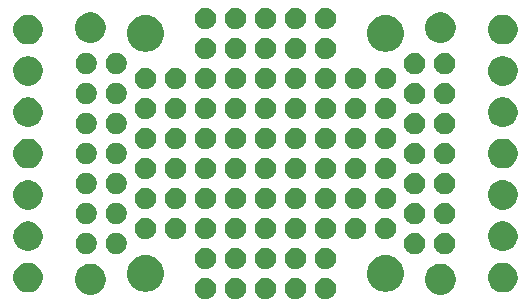
<source format=gbr>
G04 #@! TF.GenerationSoftware,KiCad,Pcbnew,5.1.5-52549c5~86~ubuntu18.04.1*
G04 #@! TF.CreationDate,2020-09-19T01:12:01-05:00*
G04 #@! TF.ProjectId,C06,4330362e-6b69-4636-9164-5f7063625858,rev?*
G04 #@! TF.SameCoordinates,Original*
G04 #@! TF.FileFunction,Soldermask,Bot*
G04 #@! TF.FilePolarity,Negative*
%FSLAX46Y46*%
G04 Gerber Fmt 4.6, Leading zero omitted, Abs format (unit mm)*
G04 Created by KiCad (PCBNEW 5.1.5-52549c5~86~ubuntu18.04.1) date 2020-09-19 01:12:01*
%MOMM*%
%LPD*%
G04 APERTURE LIST*
%ADD10C,0.100000*%
G04 APERTURE END LIST*
D10*
G36*
X44243512Y-44503927D02*
G01*
X44392812Y-44533624D01*
X44556784Y-44601544D01*
X44704354Y-44700147D01*
X44829853Y-44825646D01*
X44928456Y-44973216D01*
X44996376Y-45137188D01*
X45031000Y-45311259D01*
X45031000Y-45488741D01*
X44996376Y-45662812D01*
X44928456Y-45826784D01*
X44829853Y-45974354D01*
X44704354Y-46099853D01*
X44556784Y-46198456D01*
X44392812Y-46266376D01*
X44243512Y-46296073D01*
X44218742Y-46301000D01*
X44041258Y-46301000D01*
X44016488Y-46296073D01*
X43867188Y-46266376D01*
X43703216Y-46198456D01*
X43555646Y-46099853D01*
X43430147Y-45974354D01*
X43331544Y-45826784D01*
X43263624Y-45662812D01*
X43229000Y-45488741D01*
X43229000Y-45311259D01*
X43263624Y-45137188D01*
X43331544Y-44973216D01*
X43430147Y-44825646D01*
X43555646Y-44700147D01*
X43703216Y-44601544D01*
X43867188Y-44533624D01*
X44016488Y-44503927D01*
X44041258Y-44499000D01*
X44218742Y-44499000D01*
X44243512Y-44503927D01*
G37*
G36*
X46783512Y-44503927D02*
G01*
X46932812Y-44533624D01*
X47096784Y-44601544D01*
X47244354Y-44700147D01*
X47369853Y-44825646D01*
X47468456Y-44973216D01*
X47536376Y-45137188D01*
X47571000Y-45311259D01*
X47571000Y-45488741D01*
X47536376Y-45662812D01*
X47468456Y-45826784D01*
X47369853Y-45974354D01*
X47244354Y-46099853D01*
X47096784Y-46198456D01*
X46932812Y-46266376D01*
X46783512Y-46296073D01*
X46758742Y-46301000D01*
X46581258Y-46301000D01*
X46556488Y-46296073D01*
X46407188Y-46266376D01*
X46243216Y-46198456D01*
X46095646Y-46099853D01*
X45970147Y-45974354D01*
X45871544Y-45826784D01*
X45803624Y-45662812D01*
X45769000Y-45488741D01*
X45769000Y-45311259D01*
X45803624Y-45137188D01*
X45871544Y-44973216D01*
X45970147Y-44825646D01*
X46095646Y-44700147D01*
X46243216Y-44601544D01*
X46407188Y-44533624D01*
X46556488Y-44503927D01*
X46581258Y-44499000D01*
X46758742Y-44499000D01*
X46783512Y-44503927D01*
G37*
G36*
X49323512Y-44503927D02*
G01*
X49472812Y-44533624D01*
X49636784Y-44601544D01*
X49784354Y-44700147D01*
X49909853Y-44825646D01*
X50008456Y-44973216D01*
X50076376Y-45137188D01*
X50111000Y-45311259D01*
X50111000Y-45488741D01*
X50076376Y-45662812D01*
X50008456Y-45826784D01*
X49909853Y-45974354D01*
X49784354Y-46099853D01*
X49636784Y-46198456D01*
X49472812Y-46266376D01*
X49323512Y-46296073D01*
X49298742Y-46301000D01*
X49121258Y-46301000D01*
X49096488Y-46296073D01*
X48947188Y-46266376D01*
X48783216Y-46198456D01*
X48635646Y-46099853D01*
X48510147Y-45974354D01*
X48411544Y-45826784D01*
X48343624Y-45662812D01*
X48309000Y-45488741D01*
X48309000Y-45311259D01*
X48343624Y-45137188D01*
X48411544Y-44973216D01*
X48510147Y-44825646D01*
X48635646Y-44700147D01*
X48783216Y-44601544D01*
X48947188Y-44533624D01*
X49096488Y-44503927D01*
X49121258Y-44499000D01*
X49298742Y-44499000D01*
X49323512Y-44503927D01*
G37*
G36*
X41703512Y-44503927D02*
G01*
X41852812Y-44533624D01*
X42016784Y-44601544D01*
X42164354Y-44700147D01*
X42289853Y-44825646D01*
X42388456Y-44973216D01*
X42456376Y-45137188D01*
X42491000Y-45311259D01*
X42491000Y-45488741D01*
X42456376Y-45662812D01*
X42388456Y-45826784D01*
X42289853Y-45974354D01*
X42164354Y-46099853D01*
X42016784Y-46198456D01*
X41852812Y-46266376D01*
X41703512Y-46296073D01*
X41678742Y-46301000D01*
X41501258Y-46301000D01*
X41476488Y-46296073D01*
X41327188Y-46266376D01*
X41163216Y-46198456D01*
X41015646Y-46099853D01*
X40890147Y-45974354D01*
X40791544Y-45826784D01*
X40723624Y-45662812D01*
X40689000Y-45488741D01*
X40689000Y-45311259D01*
X40723624Y-45137188D01*
X40791544Y-44973216D01*
X40890147Y-44825646D01*
X41015646Y-44700147D01*
X41163216Y-44601544D01*
X41327188Y-44533624D01*
X41476488Y-44503927D01*
X41501258Y-44499000D01*
X41678742Y-44499000D01*
X41703512Y-44503927D01*
G37*
G36*
X39163512Y-44503927D02*
G01*
X39312812Y-44533624D01*
X39476784Y-44601544D01*
X39624354Y-44700147D01*
X39749853Y-44825646D01*
X39848456Y-44973216D01*
X39916376Y-45137188D01*
X39951000Y-45311259D01*
X39951000Y-45488741D01*
X39916376Y-45662812D01*
X39848456Y-45826784D01*
X39749853Y-45974354D01*
X39624354Y-46099853D01*
X39476784Y-46198456D01*
X39312812Y-46266376D01*
X39163512Y-46296073D01*
X39138742Y-46301000D01*
X38961258Y-46301000D01*
X38936488Y-46296073D01*
X38787188Y-46266376D01*
X38623216Y-46198456D01*
X38475646Y-46099853D01*
X38350147Y-45974354D01*
X38251544Y-45826784D01*
X38183624Y-45662812D01*
X38149000Y-45488741D01*
X38149000Y-45311259D01*
X38183624Y-45137188D01*
X38251544Y-44973216D01*
X38350147Y-44825646D01*
X38475646Y-44700147D01*
X38623216Y-44601544D01*
X38787188Y-44533624D01*
X38936488Y-44503927D01*
X38961258Y-44499000D01*
X39138742Y-44499000D01*
X39163512Y-44503927D01*
G37*
G36*
X29690993Y-43372104D02*
G01*
X29927701Y-43470152D01*
X29927703Y-43470153D01*
X30140735Y-43612496D01*
X30321904Y-43793665D01*
X30464247Y-44006697D01*
X30464248Y-44006699D01*
X30562296Y-44243407D01*
X30612280Y-44494693D01*
X30612280Y-44750907D01*
X30562296Y-45002193D01*
X30464248Y-45238901D01*
X30464247Y-45238903D01*
X30321904Y-45451935D01*
X30140735Y-45633104D01*
X29927703Y-45775447D01*
X29927702Y-45775448D01*
X29927701Y-45775448D01*
X29690993Y-45873496D01*
X29439707Y-45923480D01*
X29183493Y-45923480D01*
X28932207Y-45873496D01*
X28695499Y-45775448D01*
X28695498Y-45775448D01*
X28695497Y-45775447D01*
X28482465Y-45633104D01*
X28301296Y-45451935D01*
X28158953Y-45238903D01*
X28158952Y-45238901D01*
X28060904Y-45002193D01*
X28010920Y-44750907D01*
X28010920Y-44494693D01*
X28060904Y-44243407D01*
X28158952Y-44006699D01*
X28158953Y-44006697D01*
X28301296Y-43793665D01*
X28482465Y-43612496D01*
X28695497Y-43470153D01*
X28695499Y-43470152D01*
X28932207Y-43372104D01*
X29183493Y-43322120D01*
X29439707Y-43322120D01*
X29690993Y-43372104D01*
G37*
G36*
X59327793Y-43372104D02*
G01*
X59564501Y-43470152D01*
X59564503Y-43470153D01*
X59777535Y-43612496D01*
X59958704Y-43793665D01*
X60101047Y-44006697D01*
X60101048Y-44006699D01*
X60199096Y-44243407D01*
X60249080Y-44494693D01*
X60249080Y-44750907D01*
X60199096Y-45002193D01*
X60101048Y-45238901D01*
X60101047Y-45238903D01*
X59958704Y-45451935D01*
X59777535Y-45633104D01*
X59564503Y-45775447D01*
X59564502Y-45775448D01*
X59564501Y-45775448D01*
X59327793Y-45873496D01*
X59076507Y-45923480D01*
X58820293Y-45923480D01*
X58569007Y-45873496D01*
X58332299Y-45775448D01*
X58332298Y-45775448D01*
X58332297Y-45775447D01*
X58119265Y-45633104D01*
X57938096Y-45451935D01*
X57795753Y-45238903D01*
X57795752Y-45238901D01*
X57697704Y-45002193D01*
X57647720Y-44750907D01*
X57647720Y-44494693D01*
X57697704Y-44243407D01*
X57795752Y-44006699D01*
X57795753Y-44006697D01*
X57938096Y-43793665D01*
X58119265Y-43612496D01*
X58332297Y-43470153D01*
X58332299Y-43470152D01*
X58569007Y-43372104D01*
X58820293Y-43322120D01*
X59076507Y-43322120D01*
X59327793Y-43372104D01*
G37*
G36*
X24398103Y-43267075D02*
G01*
X24625771Y-43361378D01*
X24830666Y-43498285D01*
X25004915Y-43672534D01*
X25040891Y-43726376D01*
X25141823Y-43877431D01*
X25236125Y-44105097D01*
X25271465Y-44282761D01*
X25284200Y-44346787D01*
X25284200Y-44593213D01*
X25236125Y-44834903D01*
X25141822Y-45062571D01*
X25004915Y-45267466D01*
X24830666Y-45441715D01*
X24625771Y-45578622D01*
X24625770Y-45578623D01*
X24625769Y-45578623D01*
X24398103Y-45672925D01*
X24156414Y-45721000D01*
X23909986Y-45721000D01*
X23668297Y-45672925D01*
X23440631Y-45578623D01*
X23440630Y-45578623D01*
X23440629Y-45578622D01*
X23235734Y-45441715D01*
X23061485Y-45267466D01*
X22924578Y-45062571D01*
X22830275Y-44834903D01*
X22782200Y-44593213D01*
X22782200Y-44346787D01*
X22794936Y-44282761D01*
X22830275Y-44105097D01*
X22924577Y-43877431D01*
X23025509Y-43726376D01*
X23061485Y-43672534D01*
X23235734Y-43498285D01*
X23440629Y-43361378D01*
X23668297Y-43267075D01*
X23909986Y-43219000D01*
X24156414Y-43219000D01*
X24398103Y-43267075D01*
G37*
G36*
X64591703Y-43267075D02*
G01*
X64819371Y-43361378D01*
X65024266Y-43498285D01*
X65198515Y-43672534D01*
X65234491Y-43726376D01*
X65335423Y-43877431D01*
X65429725Y-44105097D01*
X65465065Y-44282761D01*
X65477800Y-44346787D01*
X65477800Y-44593213D01*
X65429725Y-44834903D01*
X65335422Y-45062571D01*
X65198515Y-45267466D01*
X65024266Y-45441715D01*
X64819371Y-45578622D01*
X64819370Y-45578623D01*
X64819369Y-45578623D01*
X64591703Y-45672925D01*
X64350014Y-45721000D01*
X64103586Y-45721000D01*
X63861897Y-45672925D01*
X63634231Y-45578623D01*
X63634230Y-45578623D01*
X63634229Y-45578622D01*
X63429334Y-45441715D01*
X63255085Y-45267466D01*
X63118178Y-45062571D01*
X63023875Y-44834903D01*
X62975800Y-44593213D01*
X62975800Y-44346787D01*
X62988536Y-44282761D01*
X63023875Y-44105097D01*
X63118177Y-43877431D01*
X63219109Y-43726376D01*
X63255085Y-43672534D01*
X63429334Y-43498285D01*
X63634229Y-43361378D01*
X63861897Y-43267075D01*
X64103586Y-43219000D01*
X64350014Y-43219000D01*
X64591703Y-43267075D01*
G37*
G36*
X34272585Y-42608802D02*
G01*
X34422410Y-42638604D01*
X34704674Y-42755521D01*
X34958705Y-42925259D01*
X35174741Y-43141295D01*
X35344479Y-43395326D01*
X35461396Y-43677590D01*
X35461396Y-43677591D01*
X35521000Y-43977239D01*
X35521000Y-44282761D01*
X35508264Y-44346787D01*
X35461396Y-44582410D01*
X35344479Y-44864674D01*
X35174741Y-45118705D01*
X34958705Y-45334741D01*
X34704674Y-45504479D01*
X34422410Y-45621396D01*
X34272585Y-45651198D01*
X34122761Y-45681000D01*
X33817239Y-45681000D01*
X33667415Y-45651198D01*
X33517590Y-45621396D01*
X33235326Y-45504479D01*
X32981295Y-45334741D01*
X32765259Y-45118705D01*
X32595521Y-44864674D01*
X32478604Y-44582410D01*
X32431736Y-44346787D01*
X32419000Y-44282761D01*
X32419000Y-43977239D01*
X32478604Y-43677591D01*
X32478604Y-43677590D01*
X32595521Y-43395326D01*
X32765259Y-43141295D01*
X32981295Y-42925259D01*
X33235326Y-42755521D01*
X33517590Y-42638604D01*
X33667415Y-42608802D01*
X33817239Y-42579000D01*
X34122761Y-42579000D01*
X34272585Y-42608802D01*
G37*
G36*
X54592585Y-42608802D02*
G01*
X54742410Y-42638604D01*
X55024674Y-42755521D01*
X55278705Y-42925259D01*
X55494741Y-43141295D01*
X55664479Y-43395326D01*
X55781396Y-43677590D01*
X55781396Y-43677591D01*
X55841000Y-43977239D01*
X55841000Y-44282761D01*
X55828264Y-44346787D01*
X55781396Y-44582410D01*
X55664479Y-44864674D01*
X55494741Y-45118705D01*
X55278705Y-45334741D01*
X55024674Y-45504479D01*
X54742410Y-45621396D01*
X54592585Y-45651198D01*
X54442761Y-45681000D01*
X54137239Y-45681000D01*
X53987415Y-45651198D01*
X53837590Y-45621396D01*
X53555326Y-45504479D01*
X53301295Y-45334741D01*
X53085259Y-45118705D01*
X52915521Y-44864674D01*
X52798604Y-44582410D01*
X52751736Y-44346787D01*
X52739000Y-44282761D01*
X52739000Y-43977239D01*
X52798604Y-43677591D01*
X52798604Y-43677590D01*
X52915521Y-43395326D01*
X53085259Y-43141295D01*
X53301295Y-42925259D01*
X53555326Y-42755521D01*
X53837590Y-42638604D01*
X53987415Y-42608802D01*
X54137239Y-42579000D01*
X54442761Y-42579000D01*
X54592585Y-42608802D01*
G37*
G36*
X49323512Y-41963927D02*
G01*
X49472812Y-41993624D01*
X49636784Y-42061544D01*
X49784354Y-42160147D01*
X49909853Y-42285646D01*
X50008456Y-42433216D01*
X50076376Y-42597188D01*
X50111000Y-42771259D01*
X50111000Y-42948741D01*
X50076376Y-43122812D01*
X50008456Y-43286784D01*
X49909853Y-43434354D01*
X49784354Y-43559853D01*
X49636784Y-43658456D01*
X49472812Y-43726376D01*
X49323512Y-43756073D01*
X49298742Y-43761000D01*
X49121258Y-43761000D01*
X49096488Y-43756073D01*
X48947188Y-43726376D01*
X48783216Y-43658456D01*
X48635646Y-43559853D01*
X48510147Y-43434354D01*
X48411544Y-43286784D01*
X48343624Y-43122812D01*
X48309000Y-42948741D01*
X48309000Y-42771259D01*
X48343624Y-42597188D01*
X48411544Y-42433216D01*
X48510147Y-42285646D01*
X48635646Y-42160147D01*
X48783216Y-42061544D01*
X48947188Y-41993624D01*
X49096488Y-41963927D01*
X49121258Y-41959000D01*
X49298742Y-41959000D01*
X49323512Y-41963927D01*
G37*
G36*
X44243512Y-41963927D02*
G01*
X44392812Y-41993624D01*
X44556784Y-42061544D01*
X44704354Y-42160147D01*
X44829853Y-42285646D01*
X44928456Y-42433216D01*
X44996376Y-42597188D01*
X45031000Y-42771259D01*
X45031000Y-42948741D01*
X44996376Y-43122812D01*
X44928456Y-43286784D01*
X44829853Y-43434354D01*
X44704354Y-43559853D01*
X44556784Y-43658456D01*
X44392812Y-43726376D01*
X44243512Y-43756073D01*
X44218742Y-43761000D01*
X44041258Y-43761000D01*
X44016488Y-43756073D01*
X43867188Y-43726376D01*
X43703216Y-43658456D01*
X43555646Y-43559853D01*
X43430147Y-43434354D01*
X43331544Y-43286784D01*
X43263624Y-43122812D01*
X43229000Y-42948741D01*
X43229000Y-42771259D01*
X43263624Y-42597188D01*
X43331544Y-42433216D01*
X43430147Y-42285646D01*
X43555646Y-42160147D01*
X43703216Y-42061544D01*
X43867188Y-41993624D01*
X44016488Y-41963927D01*
X44041258Y-41959000D01*
X44218742Y-41959000D01*
X44243512Y-41963927D01*
G37*
G36*
X46783512Y-41963927D02*
G01*
X46932812Y-41993624D01*
X47096784Y-42061544D01*
X47244354Y-42160147D01*
X47369853Y-42285646D01*
X47468456Y-42433216D01*
X47536376Y-42597188D01*
X47571000Y-42771259D01*
X47571000Y-42948741D01*
X47536376Y-43122812D01*
X47468456Y-43286784D01*
X47369853Y-43434354D01*
X47244354Y-43559853D01*
X47096784Y-43658456D01*
X46932812Y-43726376D01*
X46783512Y-43756073D01*
X46758742Y-43761000D01*
X46581258Y-43761000D01*
X46556488Y-43756073D01*
X46407188Y-43726376D01*
X46243216Y-43658456D01*
X46095646Y-43559853D01*
X45970147Y-43434354D01*
X45871544Y-43286784D01*
X45803624Y-43122812D01*
X45769000Y-42948741D01*
X45769000Y-42771259D01*
X45803624Y-42597188D01*
X45871544Y-42433216D01*
X45970147Y-42285646D01*
X46095646Y-42160147D01*
X46243216Y-42061544D01*
X46407188Y-41993624D01*
X46556488Y-41963927D01*
X46581258Y-41959000D01*
X46758742Y-41959000D01*
X46783512Y-41963927D01*
G37*
G36*
X41703512Y-41963927D02*
G01*
X41852812Y-41993624D01*
X42016784Y-42061544D01*
X42164354Y-42160147D01*
X42289853Y-42285646D01*
X42388456Y-42433216D01*
X42456376Y-42597188D01*
X42491000Y-42771259D01*
X42491000Y-42948741D01*
X42456376Y-43122812D01*
X42388456Y-43286784D01*
X42289853Y-43434354D01*
X42164354Y-43559853D01*
X42016784Y-43658456D01*
X41852812Y-43726376D01*
X41703512Y-43756073D01*
X41678742Y-43761000D01*
X41501258Y-43761000D01*
X41476488Y-43756073D01*
X41327188Y-43726376D01*
X41163216Y-43658456D01*
X41015646Y-43559853D01*
X40890147Y-43434354D01*
X40791544Y-43286784D01*
X40723624Y-43122812D01*
X40689000Y-42948741D01*
X40689000Y-42771259D01*
X40723624Y-42597188D01*
X40791544Y-42433216D01*
X40890147Y-42285646D01*
X41015646Y-42160147D01*
X41163216Y-42061544D01*
X41327188Y-41993624D01*
X41476488Y-41963927D01*
X41501258Y-41959000D01*
X41678742Y-41959000D01*
X41703512Y-41963927D01*
G37*
G36*
X39163512Y-41963927D02*
G01*
X39312812Y-41993624D01*
X39476784Y-42061544D01*
X39624354Y-42160147D01*
X39749853Y-42285646D01*
X39848456Y-42433216D01*
X39916376Y-42597188D01*
X39951000Y-42771259D01*
X39951000Y-42948741D01*
X39916376Y-43122812D01*
X39848456Y-43286784D01*
X39749853Y-43434354D01*
X39624354Y-43559853D01*
X39476784Y-43658456D01*
X39312812Y-43726376D01*
X39163512Y-43756073D01*
X39138742Y-43761000D01*
X38961258Y-43761000D01*
X38936488Y-43756073D01*
X38787188Y-43726376D01*
X38623216Y-43658456D01*
X38475646Y-43559853D01*
X38350147Y-43434354D01*
X38251544Y-43286784D01*
X38183624Y-43122812D01*
X38149000Y-42948741D01*
X38149000Y-42771259D01*
X38183624Y-42597188D01*
X38251544Y-42433216D01*
X38350147Y-42285646D01*
X38475646Y-42160147D01*
X38623216Y-42061544D01*
X38787188Y-41993624D01*
X38936488Y-41963927D01*
X38961258Y-41959000D01*
X39138742Y-41959000D01*
X39163512Y-41963927D01*
G37*
G36*
X59417512Y-40693927D02*
G01*
X59566812Y-40723624D01*
X59730784Y-40791544D01*
X59878354Y-40890147D01*
X60003853Y-41015646D01*
X60102456Y-41163216D01*
X60170376Y-41327188D01*
X60205000Y-41501259D01*
X60205000Y-41678741D01*
X60170376Y-41852812D01*
X60102456Y-42016784D01*
X60003853Y-42164354D01*
X59878354Y-42289853D01*
X59730784Y-42388456D01*
X59566812Y-42456376D01*
X59417512Y-42486073D01*
X59392742Y-42491000D01*
X59215258Y-42491000D01*
X59190488Y-42486073D01*
X59041188Y-42456376D01*
X58877216Y-42388456D01*
X58729646Y-42289853D01*
X58604147Y-42164354D01*
X58505544Y-42016784D01*
X58437624Y-41852812D01*
X58403000Y-41678741D01*
X58403000Y-41501259D01*
X58437624Y-41327188D01*
X58505544Y-41163216D01*
X58604147Y-41015646D01*
X58729646Y-40890147D01*
X58877216Y-40791544D01*
X59041188Y-40723624D01*
X59190488Y-40693927D01*
X59215258Y-40689000D01*
X59392742Y-40689000D01*
X59417512Y-40693927D01*
G37*
G36*
X56877512Y-40693927D02*
G01*
X57026812Y-40723624D01*
X57190784Y-40791544D01*
X57338354Y-40890147D01*
X57463853Y-41015646D01*
X57562456Y-41163216D01*
X57630376Y-41327188D01*
X57665000Y-41501259D01*
X57665000Y-41678741D01*
X57630376Y-41852812D01*
X57562456Y-42016784D01*
X57463853Y-42164354D01*
X57338354Y-42289853D01*
X57190784Y-42388456D01*
X57026812Y-42456376D01*
X56877512Y-42486073D01*
X56852742Y-42491000D01*
X56675258Y-42491000D01*
X56650488Y-42486073D01*
X56501188Y-42456376D01*
X56337216Y-42388456D01*
X56189646Y-42289853D01*
X56064147Y-42164354D01*
X55965544Y-42016784D01*
X55897624Y-41852812D01*
X55863000Y-41678741D01*
X55863000Y-41501259D01*
X55897624Y-41327188D01*
X55965544Y-41163216D01*
X56064147Y-41015646D01*
X56189646Y-40890147D01*
X56337216Y-40791544D01*
X56501188Y-40723624D01*
X56650488Y-40693927D01*
X56675258Y-40689000D01*
X56852742Y-40689000D01*
X56877512Y-40693927D01*
G37*
G36*
X29069512Y-40693927D02*
G01*
X29218812Y-40723624D01*
X29382784Y-40791544D01*
X29530354Y-40890147D01*
X29655853Y-41015646D01*
X29754456Y-41163216D01*
X29822376Y-41327188D01*
X29857000Y-41501259D01*
X29857000Y-41678741D01*
X29822376Y-41852812D01*
X29754456Y-42016784D01*
X29655853Y-42164354D01*
X29530354Y-42289853D01*
X29382784Y-42388456D01*
X29218812Y-42456376D01*
X29069512Y-42486073D01*
X29044742Y-42491000D01*
X28867258Y-42491000D01*
X28842488Y-42486073D01*
X28693188Y-42456376D01*
X28529216Y-42388456D01*
X28381646Y-42289853D01*
X28256147Y-42164354D01*
X28157544Y-42016784D01*
X28089624Y-41852812D01*
X28055000Y-41678741D01*
X28055000Y-41501259D01*
X28089624Y-41327188D01*
X28157544Y-41163216D01*
X28256147Y-41015646D01*
X28381646Y-40890147D01*
X28529216Y-40791544D01*
X28693188Y-40723624D01*
X28842488Y-40693927D01*
X28867258Y-40689000D01*
X29044742Y-40689000D01*
X29069512Y-40693927D01*
G37*
G36*
X31609512Y-40693927D02*
G01*
X31758812Y-40723624D01*
X31922784Y-40791544D01*
X32070354Y-40890147D01*
X32195853Y-41015646D01*
X32294456Y-41163216D01*
X32362376Y-41327188D01*
X32397000Y-41501259D01*
X32397000Y-41678741D01*
X32362376Y-41852812D01*
X32294456Y-42016784D01*
X32195853Y-42164354D01*
X32070354Y-42289853D01*
X31922784Y-42388456D01*
X31758812Y-42456376D01*
X31609512Y-42486073D01*
X31584742Y-42491000D01*
X31407258Y-42491000D01*
X31382488Y-42486073D01*
X31233188Y-42456376D01*
X31069216Y-42388456D01*
X30921646Y-42289853D01*
X30796147Y-42164354D01*
X30697544Y-42016784D01*
X30629624Y-41852812D01*
X30595000Y-41678741D01*
X30595000Y-41501259D01*
X30629624Y-41327188D01*
X30697544Y-41163216D01*
X30796147Y-41015646D01*
X30921646Y-40890147D01*
X31069216Y-40791544D01*
X31233188Y-40723624D01*
X31382488Y-40693927D01*
X31407258Y-40689000D01*
X31584742Y-40689000D01*
X31609512Y-40693927D01*
G37*
G36*
X64591703Y-39767075D02*
G01*
X64788175Y-39848456D01*
X64819371Y-39861378D01*
X65024266Y-39998285D01*
X65198515Y-40172534D01*
X65198516Y-40172536D01*
X65335423Y-40377431D01*
X65429725Y-40605097D01*
X65453302Y-40723624D01*
X65477800Y-40846787D01*
X65477800Y-41093213D01*
X65429725Y-41334903D01*
X65335422Y-41562571D01*
X65198515Y-41767466D01*
X65024266Y-41941715D01*
X64819371Y-42078622D01*
X64819370Y-42078623D01*
X64819369Y-42078623D01*
X64591703Y-42172925D01*
X64350014Y-42221000D01*
X64103586Y-42221000D01*
X63861897Y-42172925D01*
X63634231Y-42078623D01*
X63634230Y-42078623D01*
X63634229Y-42078622D01*
X63429334Y-41941715D01*
X63255085Y-41767466D01*
X63118178Y-41562571D01*
X63023875Y-41334903D01*
X62975800Y-41093213D01*
X62975800Y-40846787D01*
X63000299Y-40723624D01*
X63023875Y-40605097D01*
X63118177Y-40377431D01*
X63255084Y-40172536D01*
X63255085Y-40172534D01*
X63429334Y-39998285D01*
X63634229Y-39861378D01*
X63665426Y-39848456D01*
X63861897Y-39767075D01*
X64103586Y-39719000D01*
X64350014Y-39719000D01*
X64591703Y-39767075D01*
G37*
G36*
X24398103Y-39767075D02*
G01*
X24594575Y-39848456D01*
X24625771Y-39861378D01*
X24830666Y-39998285D01*
X25004915Y-40172534D01*
X25004916Y-40172536D01*
X25141823Y-40377431D01*
X25236125Y-40605097D01*
X25259702Y-40723624D01*
X25284200Y-40846787D01*
X25284200Y-41093213D01*
X25236125Y-41334903D01*
X25141822Y-41562571D01*
X25004915Y-41767466D01*
X24830666Y-41941715D01*
X24625771Y-42078622D01*
X24625770Y-42078623D01*
X24625769Y-42078623D01*
X24398103Y-42172925D01*
X24156414Y-42221000D01*
X23909986Y-42221000D01*
X23668297Y-42172925D01*
X23440631Y-42078623D01*
X23440630Y-42078623D01*
X23440629Y-42078622D01*
X23235734Y-41941715D01*
X23061485Y-41767466D01*
X22924578Y-41562571D01*
X22830275Y-41334903D01*
X22782200Y-41093213D01*
X22782200Y-40846787D01*
X22806699Y-40723624D01*
X22830275Y-40605097D01*
X22924577Y-40377431D01*
X23061484Y-40172536D01*
X23061485Y-40172534D01*
X23235734Y-39998285D01*
X23440629Y-39861378D01*
X23471826Y-39848456D01*
X23668297Y-39767075D01*
X23909986Y-39719000D01*
X24156414Y-39719000D01*
X24398103Y-39767075D01*
G37*
G36*
X39163512Y-39423927D02*
G01*
X39312812Y-39453624D01*
X39476784Y-39521544D01*
X39624354Y-39620147D01*
X39749853Y-39745646D01*
X39848456Y-39893216D01*
X39916376Y-40057188D01*
X39951000Y-40231259D01*
X39951000Y-40408741D01*
X39916376Y-40582812D01*
X39848456Y-40746784D01*
X39749853Y-40894354D01*
X39624354Y-41019853D01*
X39476784Y-41118456D01*
X39312812Y-41186376D01*
X39163512Y-41216073D01*
X39138742Y-41221000D01*
X38961258Y-41221000D01*
X38936488Y-41216073D01*
X38787188Y-41186376D01*
X38623216Y-41118456D01*
X38475646Y-41019853D01*
X38350147Y-40894354D01*
X38251544Y-40746784D01*
X38183624Y-40582812D01*
X38149000Y-40408741D01*
X38149000Y-40231259D01*
X38183624Y-40057188D01*
X38251544Y-39893216D01*
X38350147Y-39745646D01*
X38475646Y-39620147D01*
X38623216Y-39521544D01*
X38787188Y-39453624D01*
X38936488Y-39423927D01*
X38961258Y-39419000D01*
X39138742Y-39419000D01*
X39163512Y-39423927D01*
G37*
G36*
X41703512Y-39423927D02*
G01*
X41852812Y-39453624D01*
X42016784Y-39521544D01*
X42164354Y-39620147D01*
X42289853Y-39745646D01*
X42388456Y-39893216D01*
X42456376Y-40057188D01*
X42491000Y-40231259D01*
X42491000Y-40408741D01*
X42456376Y-40582812D01*
X42388456Y-40746784D01*
X42289853Y-40894354D01*
X42164354Y-41019853D01*
X42016784Y-41118456D01*
X41852812Y-41186376D01*
X41703512Y-41216073D01*
X41678742Y-41221000D01*
X41501258Y-41221000D01*
X41476488Y-41216073D01*
X41327188Y-41186376D01*
X41163216Y-41118456D01*
X41015646Y-41019853D01*
X40890147Y-40894354D01*
X40791544Y-40746784D01*
X40723624Y-40582812D01*
X40689000Y-40408741D01*
X40689000Y-40231259D01*
X40723624Y-40057188D01*
X40791544Y-39893216D01*
X40890147Y-39745646D01*
X41015646Y-39620147D01*
X41163216Y-39521544D01*
X41327188Y-39453624D01*
X41476488Y-39423927D01*
X41501258Y-39419000D01*
X41678742Y-39419000D01*
X41703512Y-39423927D01*
G37*
G36*
X49323512Y-39423927D02*
G01*
X49472812Y-39453624D01*
X49636784Y-39521544D01*
X49784354Y-39620147D01*
X49909853Y-39745646D01*
X50008456Y-39893216D01*
X50076376Y-40057188D01*
X50111000Y-40231259D01*
X50111000Y-40408741D01*
X50076376Y-40582812D01*
X50008456Y-40746784D01*
X49909853Y-40894354D01*
X49784354Y-41019853D01*
X49636784Y-41118456D01*
X49472812Y-41186376D01*
X49323512Y-41216073D01*
X49298742Y-41221000D01*
X49121258Y-41221000D01*
X49096488Y-41216073D01*
X48947188Y-41186376D01*
X48783216Y-41118456D01*
X48635646Y-41019853D01*
X48510147Y-40894354D01*
X48411544Y-40746784D01*
X48343624Y-40582812D01*
X48309000Y-40408741D01*
X48309000Y-40231259D01*
X48343624Y-40057188D01*
X48411544Y-39893216D01*
X48510147Y-39745646D01*
X48635646Y-39620147D01*
X48783216Y-39521544D01*
X48947188Y-39453624D01*
X49096488Y-39423927D01*
X49121258Y-39419000D01*
X49298742Y-39419000D01*
X49323512Y-39423927D01*
G37*
G36*
X44243512Y-39423927D02*
G01*
X44392812Y-39453624D01*
X44556784Y-39521544D01*
X44704354Y-39620147D01*
X44829853Y-39745646D01*
X44928456Y-39893216D01*
X44996376Y-40057188D01*
X45031000Y-40231259D01*
X45031000Y-40408741D01*
X44996376Y-40582812D01*
X44928456Y-40746784D01*
X44829853Y-40894354D01*
X44704354Y-41019853D01*
X44556784Y-41118456D01*
X44392812Y-41186376D01*
X44243512Y-41216073D01*
X44218742Y-41221000D01*
X44041258Y-41221000D01*
X44016488Y-41216073D01*
X43867188Y-41186376D01*
X43703216Y-41118456D01*
X43555646Y-41019853D01*
X43430147Y-40894354D01*
X43331544Y-40746784D01*
X43263624Y-40582812D01*
X43229000Y-40408741D01*
X43229000Y-40231259D01*
X43263624Y-40057188D01*
X43331544Y-39893216D01*
X43430147Y-39745646D01*
X43555646Y-39620147D01*
X43703216Y-39521544D01*
X43867188Y-39453624D01*
X44016488Y-39423927D01*
X44041258Y-39419000D01*
X44218742Y-39419000D01*
X44243512Y-39423927D01*
G37*
G36*
X46783512Y-39423927D02*
G01*
X46932812Y-39453624D01*
X47096784Y-39521544D01*
X47244354Y-39620147D01*
X47369853Y-39745646D01*
X47468456Y-39893216D01*
X47536376Y-40057188D01*
X47571000Y-40231259D01*
X47571000Y-40408741D01*
X47536376Y-40582812D01*
X47468456Y-40746784D01*
X47369853Y-40894354D01*
X47244354Y-41019853D01*
X47096784Y-41118456D01*
X46932812Y-41186376D01*
X46783512Y-41216073D01*
X46758742Y-41221000D01*
X46581258Y-41221000D01*
X46556488Y-41216073D01*
X46407188Y-41186376D01*
X46243216Y-41118456D01*
X46095646Y-41019853D01*
X45970147Y-40894354D01*
X45871544Y-40746784D01*
X45803624Y-40582812D01*
X45769000Y-40408741D01*
X45769000Y-40231259D01*
X45803624Y-40057188D01*
X45871544Y-39893216D01*
X45970147Y-39745646D01*
X46095646Y-39620147D01*
X46243216Y-39521544D01*
X46407188Y-39453624D01*
X46556488Y-39423927D01*
X46581258Y-39419000D01*
X46758742Y-39419000D01*
X46783512Y-39423927D01*
G37*
G36*
X51863512Y-39423927D02*
G01*
X52012812Y-39453624D01*
X52176784Y-39521544D01*
X52324354Y-39620147D01*
X52449853Y-39745646D01*
X52548456Y-39893216D01*
X52616376Y-40057188D01*
X52651000Y-40231259D01*
X52651000Y-40408741D01*
X52616376Y-40582812D01*
X52548456Y-40746784D01*
X52449853Y-40894354D01*
X52324354Y-41019853D01*
X52176784Y-41118456D01*
X52012812Y-41186376D01*
X51863512Y-41216073D01*
X51838742Y-41221000D01*
X51661258Y-41221000D01*
X51636488Y-41216073D01*
X51487188Y-41186376D01*
X51323216Y-41118456D01*
X51175646Y-41019853D01*
X51050147Y-40894354D01*
X50951544Y-40746784D01*
X50883624Y-40582812D01*
X50849000Y-40408741D01*
X50849000Y-40231259D01*
X50883624Y-40057188D01*
X50951544Y-39893216D01*
X51050147Y-39745646D01*
X51175646Y-39620147D01*
X51323216Y-39521544D01*
X51487188Y-39453624D01*
X51636488Y-39423927D01*
X51661258Y-39419000D01*
X51838742Y-39419000D01*
X51863512Y-39423927D01*
G37*
G36*
X54403512Y-39423927D02*
G01*
X54552812Y-39453624D01*
X54716784Y-39521544D01*
X54864354Y-39620147D01*
X54989853Y-39745646D01*
X55088456Y-39893216D01*
X55156376Y-40057188D01*
X55191000Y-40231259D01*
X55191000Y-40408741D01*
X55156376Y-40582812D01*
X55088456Y-40746784D01*
X54989853Y-40894354D01*
X54864354Y-41019853D01*
X54716784Y-41118456D01*
X54552812Y-41186376D01*
X54403512Y-41216073D01*
X54378742Y-41221000D01*
X54201258Y-41221000D01*
X54176488Y-41216073D01*
X54027188Y-41186376D01*
X53863216Y-41118456D01*
X53715646Y-41019853D01*
X53590147Y-40894354D01*
X53491544Y-40746784D01*
X53423624Y-40582812D01*
X53389000Y-40408741D01*
X53389000Y-40231259D01*
X53423624Y-40057188D01*
X53491544Y-39893216D01*
X53590147Y-39745646D01*
X53715646Y-39620147D01*
X53863216Y-39521544D01*
X54027188Y-39453624D01*
X54176488Y-39423927D01*
X54201258Y-39419000D01*
X54378742Y-39419000D01*
X54403512Y-39423927D01*
G37*
G36*
X34083512Y-39423927D02*
G01*
X34232812Y-39453624D01*
X34396784Y-39521544D01*
X34544354Y-39620147D01*
X34669853Y-39745646D01*
X34768456Y-39893216D01*
X34836376Y-40057188D01*
X34871000Y-40231259D01*
X34871000Y-40408741D01*
X34836376Y-40582812D01*
X34768456Y-40746784D01*
X34669853Y-40894354D01*
X34544354Y-41019853D01*
X34396784Y-41118456D01*
X34232812Y-41186376D01*
X34083512Y-41216073D01*
X34058742Y-41221000D01*
X33881258Y-41221000D01*
X33856488Y-41216073D01*
X33707188Y-41186376D01*
X33543216Y-41118456D01*
X33395646Y-41019853D01*
X33270147Y-40894354D01*
X33171544Y-40746784D01*
X33103624Y-40582812D01*
X33069000Y-40408741D01*
X33069000Y-40231259D01*
X33103624Y-40057188D01*
X33171544Y-39893216D01*
X33270147Y-39745646D01*
X33395646Y-39620147D01*
X33543216Y-39521544D01*
X33707188Y-39453624D01*
X33856488Y-39423927D01*
X33881258Y-39419000D01*
X34058742Y-39419000D01*
X34083512Y-39423927D01*
G37*
G36*
X36623512Y-39423927D02*
G01*
X36772812Y-39453624D01*
X36936784Y-39521544D01*
X37084354Y-39620147D01*
X37209853Y-39745646D01*
X37308456Y-39893216D01*
X37376376Y-40057188D01*
X37411000Y-40231259D01*
X37411000Y-40408741D01*
X37376376Y-40582812D01*
X37308456Y-40746784D01*
X37209853Y-40894354D01*
X37084354Y-41019853D01*
X36936784Y-41118456D01*
X36772812Y-41186376D01*
X36623512Y-41216073D01*
X36598742Y-41221000D01*
X36421258Y-41221000D01*
X36396488Y-41216073D01*
X36247188Y-41186376D01*
X36083216Y-41118456D01*
X35935646Y-41019853D01*
X35810147Y-40894354D01*
X35711544Y-40746784D01*
X35643624Y-40582812D01*
X35609000Y-40408741D01*
X35609000Y-40231259D01*
X35643624Y-40057188D01*
X35711544Y-39893216D01*
X35810147Y-39745646D01*
X35935646Y-39620147D01*
X36083216Y-39521544D01*
X36247188Y-39453624D01*
X36396488Y-39423927D01*
X36421258Y-39419000D01*
X36598742Y-39419000D01*
X36623512Y-39423927D01*
G37*
G36*
X29069512Y-38153927D02*
G01*
X29218812Y-38183624D01*
X29382784Y-38251544D01*
X29530354Y-38350147D01*
X29655853Y-38475646D01*
X29754456Y-38623216D01*
X29822376Y-38787188D01*
X29857000Y-38961259D01*
X29857000Y-39138741D01*
X29822376Y-39312812D01*
X29754456Y-39476784D01*
X29655853Y-39624354D01*
X29530354Y-39749853D01*
X29382784Y-39848456D01*
X29218812Y-39916376D01*
X29069512Y-39946073D01*
X29044742Y-39951000D01*
X28867258Y-39951000D01*
X28842488Y-39946073D01*
X28693188Y-39916376D01*
X28529216Y-39848456D01*
X28381646Y-39749853D01*
X28256147Y-39624354D01*
X28157544Y-39476784D01*
X28089624Y-39312812D01*
X28055000Y-39138741D01*
X28055000Y-38961259D01*
X28089624Y-38787188D01*
X28157544Y-38623216D01*
X28256147Y-38475646D01*
X28381646Y-38350147D01*
X28529216Y-38251544D01*
X28693188Y-38183624D01*
X28842488Y-38153927D01*
X28867258Y-38149000D01*
X29044742Y-38149000D01*
X29069512Y-38153927D01*
G37*
G36*
X56877512Y-38153927D02*
G01*
X57026812Y-38183624D01*
X57190784Y-38251544D01*
X57338354Y-38350147D01*
X57463853Y-38475646D01*
X57562456Y-38623216D01*
X57630376Y-38787188D01*
X57665000Y-38961259D01*
X57665000Y-39138741D01*
X57630376Y-39312812D01*
X57562456Y-39476784D01*
X57463853Y-39624354D01*
X57338354Y-39749853D01*
X57190784Y-39848456D01*
X57026812Y-39916376D01*
X56877512Y-39946073D01*
X56852742Y-39951000D01*
X56675258Y-39951000D01*
X56650488Y-39946073D01*
X56501188Y-39916376D01*
X56337216Y-39848456D01*
X56189646Y-39749853D01*
X56064147Y-39624354D01*
X55965544Y-39476784D01*
X55897624Y-39312812D01*
X55863000Y-39138741D01*
X55863000Y-38961259D01*
X55897624Y-38787188D01*
X55965544Y-38623216D01*
X56064147Y-38475646D01*
X56189646Y-38350147D01*
X56337216Y-38251544D01*
X56501188Y-38183624D01*
X56650488Y-38153927D01*
X56675258Y-38149000D01*
X56852742Y-38149000D01*
X56877512Y-38153927D01*
G37*
G36*
X31609512Y-38153927D02*
G01*
X31758812Y-38183624D01*
X31922784Y-38251544D01*
X32070354Y-38350147D01*
X32195853Y-38475646D01*
X32294456Y-38623216D01*
X32362376Y-38787188D01*
X32397000Y-38961259D01*
X32397000Y-39138741D01*
X32362376Y-39312812D01*
X32294456Y-39476784D01*
X32195853Y-39624354D01*
X32070354Y-39749853D01*
X31922784Y-39848456D01*
X31758812Y-39916376D01*
X31609512Y-39946073D01*
X31584742Y-39951000D01*
X31407258Y-39951000D01*
X31382488Y-39946073D01*
X31233188Y-39916376D01*
X31069216Y-39848456D01*
X30921646Y-39749853D01*
X30796147Y-39624354D01*
X30697544Y-39476784D01*
X30629624Y-39312812D01*
X30595000Y-39138741D01*
X30595000Y-38961259D01*
X30629624Y-38787188D01*
X30697544Y-38623216D01*
X30796147Y-38475646D01*
X30921646Y-38350147D01*
X31069216Y-38251544D01*
X31233188Y-38183624D01*
X31382488Y-38153927D01*
X31407258Y-38149000D01*
X31584742Y-38149000D01*
X31609512Y-38153927D01*
G37*
G36*
X59417512Y-38153927D02*
G01*
X59566812Y-38183624D01*
X59730784Y-38251544D01*
X59878354Y-38350147D01*
X60003853Y-38475646D01*
X60102456Y-38623216D01*
X60170376Y-38787188D01*
X60205000Y-38961259D01*
X60205000Y-39138741D01*
X60170376Y-39312812D01*
X60102456Y-39476784D01*
X60003853Y-39624354D01*
X59878354Y-39749853D01*
X59730784Y-39848456D01*
X59566812Y-39916376D01*
X59417512Y-39946073D01*
X59392742Y-39951000D01*
X59215258Y-39951000D01*
X59190488Y-39946073D01*
X59041188Y-39916376D01*
X58877216Y-39848456D01*
X58729646Y-39749853D01*
X58604147Y-39624354D01*
X58505544Y-39476784D01*
X58437624Y-39312812D01*
X58403000Y-39138741D01*
X58403000Y-38961259D01*
X58437624Y-38787188D01*
X58505544Y-38623216D01*
X58604147Y-38475646D01*
X58729646Y-38350147D01*
X58877216Y-38251544D01*
X59041188Y-38183624D01*
X59190488Y-38153927D01*
X59215258Y-38149000D01*
X59392742Y-38149000D01*
X59417512Y-38153927D01*
G37*
G36*
X24298124Y-36247188D02*
G01*
X24398103Y-36267075D01*
X24625771Y-36361378D01*
X24830666Y-36498285D01*
X25004915Y-36672534D01*
X25004916Y-36672536D01*
X25141823Y-36877431D01*
X25236125Y-37105097D01*
X25284200Y-37346786D01*
X25284200Y-37593214D01*
X25236125Y-37834903D01*
X25150007Y-38042812D01*
X25141822Y-38062571D01*
X25004915Y-38267466D01*
X24830666Y-38441715D01*
X24625771Y-38578622D01*
X24625770Y-38578623D01*
X24625769Y-38578623D01*
X24398103Y-38672925D01*
X24156414Y-38721000D01*
X23909986Y-38721000D01*
X23668297Y-38672925D01*
X23440631Y-38578623D01*
X23440630Y-38578623D01*
X23440629Y-38578622D01*
X23235734Y-38441715D01*
X23061485Y-38267466D01*
X22924578Y-38062571D01*
X22916394Y-38042812D01*
X22830275Y-37834903D01*
X22782200Y-37593214D01*
X22782200Y-37346786D01*
X22830275Y-37105097D01*
X22924577Y-36877431D01*
X23061484Y-36672536D01*
X23061485Y-36672534D01*
X23235734Y-36498285D01*
X23440629Y-36361378D01*
X23668297Y-36267075D01*
X23768276Y-36247188D01*
X23909986Y-36219000D01*
X24156414Y-36219000D01*
X24298124Y-36247188D01*
G37*
G36*
X64491724Y-36247188D02*
G01*
X64591703Y-36267075D01*
X64819371Y-36361378D01*
X65024266Y-36498285D01*
X65198515Y-36672534D01*
X65198516Y-36672536D01*
X65335423Y-36877431D01*
X65429725Y-37105097D01*
X65477800Y-37346786D01*
X65477800Y-37593214D01*
X65429725Y-37834903D01*
X65343607Y-38042812D01*
X65335422Y-38062571D01*
X65198515Y-38267466D01*
X65024266Y-38441715D01*
X64819371Y-38578622D01*
X64819370Y-38578623D01*
X64819369Y-38578623D01*
X64591703Y-38672925D01*
X64350014Y-38721000D01*
X64103586Y-38721000D01*
X63861897Y-38672925D01*
X63634231Y-38578623D01*
X63634230Y-38578623D01*
X63634229Y-38578622D01*
X63429334Y-38441715D01*
X63255085Y-38267466D01*
X63118178Y-38062571D01*
X63109994Y-38042812D01*
X63023875Y-37834903D01*
X62975800Y-37593214D01*
X62975800Y-37346786D01*
X63023875Y-37105097D01*
X63118177Y-36877431D01*
X63255084Y-36672536D01*
X63255085Y-36672534D01*
X63429334Y-36498285D01*
X63634229Y-36361378D01*
X63861897Y-36267075D01*
X63961876Y-36247188D01*
X64103586Y-36219000D01*
X64350014Y-36219000D01*
X64491724Y-36247188D01*
G37*
G36*
X46783512Y-36883927D02*
G01*
X46932812Y-36913624D01*
X47096784Y-36981544D01*
X47244354Y-37080147D01*
X47369853Y-37205646D01*
X47468456Y-37353216D01*
X47536376Y-37517188D01*
X47571000Y-37691259D01*
X47571000Y-37868741D01*
X47536376Y-38042812D01*
X47468456Y-38206784D01*
X47369853Y-38354354D01*
X47244354Y-38479853D01*
X47096784Y-38578456D01*
X46932812Y-38646376D01*
X46783512Y-38676073D01*
X46758742Y-38681000D01*
X46581258Y-38681000D01*
X46556488Y-38676073D01*
X46407188Y-38646376D01*
X46243216Y-38578456D01*
X46095646Y-38479853D01*
X45970147Y-38354354D01*
X45871544Y-38206784D01*
X45803624Y-38042812D01*
X45769000Y-37868741D01*
X45769000Y-37691259D01*
X45803624Y-37517188D01*
X45871544Y-37353216D01*
X45970147Y-37205646D01*
X46095646Y-37080147D01*
X46243216Y-36981544D01*
X46407188Y-36913624D01*
X46556488Y-36883927D01*
X46581258Y-36879000D01*
X46758742Y-36879000D01*
X46783512Y-36883927D01*
G37*
G36*
X51863512Y-36883927D02*
G01*
X52012812Y-36913624D01*
X52176784Y-36981544D01*
X52324354Y-37080147D01*
X52449853Y-37205646D01*
X52548456Y-37353216D01*
X52616376Y-37517188D01*
X52651000Y-37691259D01*
X52651000Y-37868741D01*
X52616376Y-38042812D01*
X52548456Y-38206784D01*
X52449853Y-38354354D01*
X52324354Y-38479853D01*
X52176784Y-38578456D01*
X52012812Y-38646376D01*
X51863512Y-38676073D01*
X51838742Y-38681000D01*
X51661258Y-38681000D01*
X51636488Y-38676073D01*
X51487188Y-38646376D01*
X51323216Y-38578456D01*
X51175646Y-38479853D01*
X51050147Y-38354354D01*
X50951544Y-38206784D01*
X50883624Y-38042812D01*
X50849000Y-37868741D01*
X50849000Y-37691259D01*
X50883624Y-37517188D01*
X50951544Y-37353216D01*
X51050147Y-37205646D01*
X51175646Y-37080147D01*
X51323216Y-36981544D01*
X51487188Y-36913624D01*
X51636488Y-36883927D01*
X51661258Y-36879000D01*
X51838742Y-36879000D01*
X51863512Y-36883927D01*
G37*
G36*
X39163512Y-36883927D02*
G01*
X39312812Y-36913624D01*
X39476784Y-36981544D01*
X39624354Y-37080147D01*
X39749853Y-37205646D01*
X39848456Y-37353216D01*
X39916376Y-37517188D01*
X39951000Y-37691259D01*
X39951000Y-37868741D01*
X39916376Y-38042812D01*
X39848456Y-38206784D01*
X39749853Y-38354354D01*
X39624354Y-38479853D01*
X39476784Y-38578456D01*
X39312812Y-38646376D01*
X39163512Y-38676073D01*
X39138742Y-38681000D01*
X38961258Y-38681000D01*
X38936488Y-38676073D01*
X38787188Y-38646376D01*
X38623216Y-38578456D01*
X38475646Y-38479853D01*
X38350147Y-38354354D01*
X38251544Y-38206784D01*
X38183624Y-38042812D01*
X38149000Y-37868741D01*
X38149000Y-37691259D01*
X38183624Y-37517188D01*
X38251544Y-37353216D01*
X38350147Y-37205646D01*
X38475646Y-37080147D01*
X38623216Y-36981544D01*
X38787188Y-36913624D01*
X38936488Y-36883927D01*
X38961258Y-36879000D01*
X39138742Y-36879000D01*
X39163512Y-36883927D01*
G37*
G36*
X54403512Y-36883927D02*
G01*
X54552812Y-36913624D01*
X54716784Y-36981544D01*
X54864354Y-37080147D01*
X54989853Y-37205646D01*
X55088456Y-37353216D01*
X55156376Y-37517188D01*
X55191000Y-37691259D01*
X55191000Y-37868741D01*
X55156376Y-38042812D01*
X55088456Y-38206784D01*
X54989853Y-38354354D01*
X54864354Y-38479853D01*
X54716784Y-38578456D01*
X54552812Y-38646376D01*
X54403512Y-38676073D01*
X54378742Y-38681000D01*
X54201258Y-38681000D01*
X54176488Y-38676073D01*
X54027188Y-38646376D01*
X53863216Y-38578456D01*
X53715646Y-38479853D01*
X53590147Y-38354354D01*
X53491544Y-38206784D01*
X53423624Y-38042812D01*
X53389000Y-37868741D01*
X53389000Y-37691259D01*
X53423624Y-37517188D01*
X53491544Y-37353216D01*
X53590147Y-37205646D01*
X53715646Y-37080147D01*
X53863216Y-36981544D01*
X54027188Y-36913624D01*
X54176488Y-36883927D01*
X54201258Y-36879000D01*
X54378742Y-36879000D01*
X54403512Y-36883927D01*
G37*
G36*
X49323512Y-36883927D02*
G01*
X49472812Y-36913624D01*
X49636784Y-36981544D01*
X49784354Y-37080147D01*
X49909853Y-37205646D01*
X50008456Y-37353216D01*
X50076376Y-37517188D01*
X50111000Y-37691259D01*
X50111000Y-37868741D01*
X50076376Y-38042812D01*
X50008456Y-38206784D01*
X49909853Y-38354354D01*
X49784354Y-38479853D01*
X49636784Y-38578456D01*
X49472812Y-38646376D01*
X49323512Y-38676073D01*
X49298742Y-38681000D01*
X49121258Y-38681000D01*
X49096488Y-38676073D01*
X48947188Y-38646376D01*
X48783216Y-38578456D01*
X48635646Y-38479853D01*
X48510147Y-38354354D01*
X48411544Y-38206784D01*
X48343624Y-38042812D01*
X48309000Y-37868741D01*
X48309000Y-37691259D01*
X48343624Y-37517188D01*
X48411544Y-37353216D01*
X48510147Y-37205646D01*
X48635646Y-37080147D01*
X48783216Y-36981544D01*
X48947188Y-36913624D01*
X49096488Y-36883927D01*
X49121258Y-36879000D01*
X49298742Y-36879000D01*
X49323512Y-36883927D01*
G37*
G36*
X36623512Y-36883927D02*
G01*
X36772812Y-36913624D01*
X36936784Y-36981544D01*
X37084354Y-37080147D01*
X37209853Y-37205646D01*
X37308456Y-37353216D01*
X37376376Y-37517188D01*
X37411000Y-37691259D01*
X37411000Y-37868741D01*
X37376376Y-38042812D01*
X37308456Y-38206784D01*
X37209853Y-38354354D01*
X37084354Y-38479853D01*
X36936784Y-38578456D01*
X36772812Y-38646376D01*
X36623512Y-38676073D01*
X36598742Y-38681000D01*
X36421258Y-38681000D01*
X36396488Y-38676073D01*
X36247188Y-38646376D01*
X36083216Y-38578456D01*
X35935646Y-38479853D01*
X35810147Y-38354354D01*
X35711544Y-38206784D01*
X35643624Y-38042812D01*
X35609000Y-37868741D01*
X35609000Y-37691259D01*
X35643624Y-37517188D01*
X35711544Y-37353216D01*
X35810147Y-37205646D01*
X35935646Y-37080147D01*
X36083216Y-36981544D01*
X36247188Y-36913624D01*
X36396488Y-36883927D01*
X36421258Y-36879000D01*
X36598742Y-36879000D01*
X36623512Y-36883927D01*
G37*
G36*
X34083512Y-36883927D02*
G01*
X34232812Y-36913624D01*
X34396784Y-36981544D01*
X34544354Y-37080147D01*
X34669853Y-37205646D01*
X34768456Y-37353216D01*
X34836376Y-37517188D01*
X34871000Y-37691259D01*
X34871000Y-37868741D01*
X34836376Y-38042812D01*
X34768456Y-38206784D01*
X34669853Y-38354354D01*
X34544354Y-38479853D01*
X34396784Y-38578456D01*
X34232812Y-38646376D01*
X34083512Y-38676073D01*
X34058742Y-38681000D01*
X33881258Y-38681000D01*
X33856488Y-38676073D01*
X33707188Y-38646376D01*
X33543216Y-38578456D01*
X33395646Y-38479853D01*
X33270147Y-38354354D01*
X33171544Y-38206784D01*
X33103624Y-38042812D01*
X33069000Y-37868741D01*
X33069000Y-37691259D01*
X33103624Y-37517188D01*
X33171544Y-37353216D01*
X33270147Y-37205646D01*
X33395646Y-37080147D01*
X33543216Y-36981544D01*
X33707188Y-36913624D01*
X33856488Y-36883927D01*
X33881258Y-36879000D01*
X34058742Y-36879000D01*
X34083512Y-36883927D01*
G37*
G36*
X41703512Y-36883927D02*
G01*
X41852812Y-36913624D01*
X42016784Y-36981544D01*
X42164354Y-37080147D01*
X42289853Y-37205646D01*
X42388456Y-37353216D01*
X42456376Y-37517188D01*
X42491000Y-37691259D01*
X42491000Y-37868741D01*
X42456376Y-38042812D01*
X42388456Y-38206784D01*
X42289853Y-38354354D01*
X42164354Y-38479853D01*
X42016784Y-38578456D01*
X41852812Y-38646376D01*
X41703512Y-38676073D01*
X41678742Y-38681000D01*
X41501258Y-38681000D01*
X41476488Y-38676073D01*
X41327188Y-38646376D01*
X41163216Y-38578456D01*
X41015646Y-38479853D01*
X40890147Y-38354354D01*
X40791544Y-38206784D01*
X40723624Y-38042812D01*
X40689000Y-37868741D01*
X40689000Y-37691259D01*
X40723624Y-37517188D01*
X40791544Y-37353216D01*
X40890147Y-37205646D01*
X41015646Y-37080147D01*
X41163216Y-36981544D01*
X41327188Y-36913624D01*
X41476488Y-36883927D01*
X41501258Y-36879000D01*
X41678742Y-36879000D01*
X41703512Y-36883927D01*
G37*
G36*
X44243512Y-36883927D02*
G01*
X44392812Y-36913624D01*
X44556784Y-36981544D01*
X44704354Y-37080147D01*
X44829853Y-37205646D01*
X44928456Y-37353216D01*
X44996376Y-37517188D01*
X45031000Y-37691259D01*
X45031000Y-37868741D01*
X44996376Y-38042812D01*
X44928456Y-38206784D01*
X44829853Y-38354354D01*
X44704354Y-38479853D01*
X44556784Y-38578456D01*
X44392812Y-38646376D01*
X44243512Y-38676073D01*
X44218742Y-38681000D01*
X44041258Y-38681000D01*
X44016488Y-38676073D01*
X43867188Y-38646376D01*
X43703216Y-38578456D01*
X43555646Y-38479853D01*
X43430147Y-38354354D01*
X43331544Y-38206784D01*
X43263624Y-38042812D01*
X43229000Y-37868741D01*
X43229000Y-37691259D01*
X43263624Y-37517188D01*
X43331544Y-37353216D01*
X43430147Y-37205646D01*
X43555646Y-37080147D01*
X43703216Y-36981544D01*
X43867188Y-36913624D01*
X44016488Y-36883927D01*
X44041258Y-36879000D01*
X44218742Y-36879000D01*
X44243512Y-36883927D01*
G37*
G36*
X31609512Y-35613927D02*
G01*
X31758812Y-35643624D01*
X31922784Y-35711544D01*
X32070354Y-35810147D01*
X32195853Y-35935646D01*
X32294456Y-36083216D01*
X32362376Y-36247188D01*
X32397000Y-36421259D01*
X32397000Y-36598741D01*
X32362376Y-36772812D01*
X32294456Y-36936784D01*
X32195853Y-37084354D01*
X32070354Y-37209853D01*
X31922784Y-37308456D01*
X31758812Y-37376376D01*
X31609512Y-37406073D01*
X31584742Y-37411000D01*
X31407258Y-37411000D01*
X31382488Y-37406073D01*
X31233188Y-37376376D01*
X31069216Y-37308456D01*
X30921646Y-37209853D01*
X30796147Y-37084354D01*
X30697544Y-36936784D01*
X30629624Y-36772812D01*
X30595000Y-36598741D01*
X30595000Y-36421259D01*
X30629624Y-36247188D01*
X30697544Y-36083216D01*
X30796147Y-35935646D01*
X30921646Y-35810147D01*
X31069216Y-35711544D01*
X31233188Y-35643624D01*
X31382488Y-35613927D01*
X31407258Y-35609000D01*
X31584742Y-35609000D01*
X31609512Y-35613927D01*
G37*
G36*
X56877512Y-35613927D02*
G01*
X57026812Y-35643624D01*
X57190784Y-35711544D01*
X57338354Y-35810147D01*
X57463853Y-35935646D01*
X57562456Y-36083216D01*
X57630376Y-36247188D01*
X57665000Y-36421259D01*
X57665000Y-36598741D01*
X57630376Y-36772812D01*
X57562456Y-36936784D01*
X57463853Y-37084354D01*
X57338354Y-37209853D01*
X57190784Y-37308456D01*
X57026812Y-37376376D01*
X56877512Y-37406073D01*
X56852742Y-37411000D01*
X56675258Y-37411000D01*
X56650488Y-37406073D01*
X56501188Y-37376376D01*
X56337216Y-37308456D01*
X56189646Y-37209853D01*
X56064147Y-37084354D01*
X55965544Y-36936784D01*
X55897624Y-36772812D01*
X55863000Y-36598741D01*
X55863000Y-36421259D01*
X55897624Y-36247188D01*
X55965544Y-36083216D01*
X56064147Y-35935646D01*
X56189646Y-35810147D01*
X56337216Y-35711544D01*
X56501188Y-35643624D01*
X56650488Y-35613927D01*
X56675258Y-35609000D01*
X56852742Y-35609000D01*
X56877512Y-35613927D01*
G37*
G36*
X29069512Y-35613927D02*
G01*
X29218812Y-35643624D01*
X29382784Y-35711544D01*
X29530354Y-35810147D01*
X29655853Y-35935646D01*
X29754456Y-36083216D01*
X29822376Y-36247188D01*
X29857000Y-36421259D01*
X29857000Y-36598741D01*
X29822376Y-36772812D01*
X29754456Y-36936784D01*
X29655853Y-37084354D01*
X29530354Y-37209853D01*
X29382784Y-37308456D01*
X29218812Y-37376376D01*
X29069512Y-37406073D01*
X29044742Y-37411000D01*
X28867258Y-37411000D01*
X28842488Y-37406073D01*
X28693188Y-37376376D01*
X28529216Y-37308456D01*
X28381646Y-37209853D01*
X28256147Y-37084354D01*
X28157544Y-36936784D01*
X28089624Y-36772812D01*
X28055000Y-36598741D01*
X28055000Y-36421259D01*
X28089624Y-36247188D01*
X28157544Y-36083216D01*
X28256147Y-35935646D01*
X28381646Y-35810147D01*
X28529216Y-35711544D01*
X28693188Y-35643624D01*
X28842488Y-35613927D01*
X28867258Y-35609000D01*
X29044742Y-35609000D01*
X29069512Y-35613927D01*
G37*
G36*
X59417512Y-35613927D02*
G01*
X59566812Y-35643624D01*
X59730784Y-35711544D01*
X59878354Y-35810147D01*
X60003853Y-35935646D01*
X60102456Y-36083216D01*
X60170376Y-36247188D01*
X60205000Y-36421259D01*
X60205000Y-36598741D01*
X60170376Y-36772812D01*
X60102456Y-36936784D01*
X60003853Y-37084354D01*
X59878354Y-37209853D01*
X59730784Y-37308456D01*
X59566812Y-37376376D01*
X59417512Y-37406073D01*
X59392742Y-37411000D01*
X59215258Y-37411000D01*
X59190488Y-37406073D01*
X59041188Y-37376376D01*
X58877216Y-37308456D01*
X58729646Y-37209853D01*
X58604147Y-37084354D01*
X58505544Y-36936784D01*
X58437624Y-36772812D01*
X58403000Y-36598741D01*
X58403000Y-36421259D01*
X58437624Y-36247188D01*
X58505544Y-36083216D01*
X58604147Y-35935646D01*
X58729646Y-35810147D01*
X58877216Y-35711544D01*
X59041188Y-35643624D01*
X59190488Y-35613927D01*
X59215258Y-35609000D01*
X59392742Y-35609000D01*
X59417512Y-35613927D01*
G37*
G36*
X36623512Y-34343927D02*
G01*
X36772812Y-34373624D01*
X36936784Y-34441544D01*
X37084354Y-34540147D01*
X37209853Y-34665646D01*
X37308456Y-34813216D01*
X37376376Y-34977188D01*
X37411000Y-35151259D01*
X37411000Y-35328741D01*
X37376376Y-35502812D01*
X37308456Y-35666784D01*
X37209853Y-35814354D01*
X37084354Y-35939853D01*
X36936784Y-36038456D01*
X36772812Y-36106376D01*
X36623512Y-36136073D01*
X36598742Y-36141000D01*
X36421258Y-36141000D01*
X36396488Y-36136073D01*
X36247188Y-36106376D01*
X36083216Y-36038456D01*
X35935646Y-35939853D01*
X35810147Y-35814354D01*
X35711544Y-35666784D01*
X35643624Y-35502812D01*
X35609000Y-35328741D01*
X35609000Y-35151259D01*
X35643624Y-34977188D01*
X35711544Y-34813216D01*
X35810147Y-34665646D01*
X35935646Y-34540147D01*
X36083216Y-34441544D01*
X36247188Y-34373624D01*
X36396488Y-34343927D01*
X36421258Y-34339000D01*
X36598742Y-34339000D01*
X36623512Y-34343927D01*
G37*
G36*
X34083512Y-34343927D02*
G01*
X34232812Y-34373624D01*
X34396784Y-34441544D01*
X34544354Y-34540147D01*
X34669853Y-34665646D01*
X34768456Y-34813216D01*
X34836376Y-34977188D01*
X34871000Y-35151259D01*
X34871000Y-35328741D01*
X34836376Y-35502812D01*
X34768456Y-35666784D01*
X34669853Y-35814354D01*
X34544354Y-35939853D01*
X34396784Y-36038456D01*
X34232812Y-36106376D01*
X34083512Y-36136073D01*
X34058742Y-36141000D01*
X33881258Y-36141000D01*
X33856488Y-36136073D01*
X33707188Y-36106376D01*
X33543216Y-36038456D01*
X33395646Y-35939853D01*
X33270147Y-35814354D01*
X33171544Y-35666784D01*
X33103624Y-35502812D01*
X33069000Y-35328741D01*
X33069000Y-35151259D01*
X33103624Y-34977188D01*
X33171544Y-34813216D01*
X33270147Y-34665646D01*
X33395646Y-34540147D01*
X33543216Y-34441544D01*
X33707188Y-34373624D01*
X33856488Y-34343927D01*
X33881258Y-34339000D01*
X34058742Y-34339000D01*
X34083512Y-34343927D01*
G37*
G36*
X39163512Y-34343927D02*
G01*
X39312812Y-34373624D01*
X39476784Y-34441544D01*
X39624354Y-34540147D01*
X39749853Y-34665646D01*
X39848456Y-34813216D01*
X39916376Y-34977188D01*
X39951000Y-35151259D01*
X39951000Y-35328741D01*
X39916376Y-35502812D01*
X39848456Y-35666784D01*
X39749853Y-35814354D01*
X39624354Y-35939853D01*
X39476784Y-36038456D01*
X39312812Y-36106376D01*
X39163512Y-36136073D01*
X39138742Y-36141000D01*
X38961258Y-36141000D01*
X38936488Y-36136073D01*
X38787188Y-36106376D01*
X38623216Y-36038456D01*
X38475646Y-35939853D01*
X38350147Y-35814354D01*
X38251544Y-35666784D01*
X38183624Y-35502812D01*
X38149000Y-35328741D01*
X38149000Y-35151259D01*
X38183624Y-34977188D01*
X38251544Y-34813216D01*
X38350147Y-34665646D01*
X38475646Y-34540147D01*
X38623216Y-34441544D01*
X38787188Y-34373624D01*
X38936488Y-34343927D01*
X38961258Y-34339000D01*
X39138742Y-34339000D01*
X39163512Y-34343927D01*
G37*
G36*
X41703512Y-34343927D02*
G01*
X41852812Y-34373624D01*
X42016784Y-34441544D01*
X42164354Y-34540147D01*
X42289853Y-34665646D01*
X42388456Y-34813216D01*
X42456376Y-34977188D01*
X42491000Y-35151259D01*
X42491000Y-35328741D01*
X42456376Y-35502812D01*
X42388456Y-35666784D01*
X42289853Y-35814354D01*
X42164354Y-35939853D01*
X42016784Y-36038456D01*
X41852812Y-36106376D01*
X41703512Y-36136073D01*
X41678742Y-36141000D01*
X41501258Y-36141000D01*
X41476488Y-36136073D01*
X41327188Y-36106376D01*
X41163216Y-36038456D01*
X41015646Y-35939853D01*
X40890147Y-35814354D01*
X40791544Y-35666784D01*
X40723624Y-35502812D01*
X40689000Y-35328741D01*
X40689000Y-35151259D01*
X40723624Y-34977188D01*
X40791544Y-34813216D01*
X40890147Y-34665646D01*
X41015646Y-34540147D01*
X41163216Y-34441544D01*
X41327188Y-34373624D01*
X41476488Y-34343927D01*
X41501258Y-34339000D01*
X41678742Y-34339000D01*
X41703512Y-34343927D01*
G37*
G36*
X44243512Y-34343927D02*
G01*
X44392812Y-34373624D01*
X44556784Y-34441544D01*
X44704354Y-34540147D01*
X44829853Y-34665646D01*
X44928456Y-34813216D01*
X44996376Y-34977188D01*
X45031000Y-35151259D01*
X45031000Y-35328741D01*
X44996376Y-35502812D01*
X44928456Y-35666784D01*
X44829853Y-35814354D01*
X44704354Y-35939853D01*
X44556784Y-36038456D01*
X44392812Y-36106376D01*
X44243512Y-36136073D01*
X44218742Y-36141000D01*
X44041258Y-36141000D01*
X44016488Y-36136073D01*
X43867188Y-36106376D01*
X43703216Y-36038456D01*
X43555646Y-35939853D01*
X43430147Y-35814354D01*
X43331544Y-35666784D01*
X43263624Y-35502812D01*
X43229000Y-35328741D01*
X43229000Y-35151259D01*
X43263624Y-34977188D01*
X43331544Y-34813216D01*
X43430147Y-34665646D01*
X43555646Y-34540147D01*
X43703216Y-34441544D01*
X43867188Y-34373624D01*
X44016488Y-34343927D01*
X44041258Y-34339000D01*
X44218742Y-34339000D01*
X44243512Y-34343927D01*
G37*
G36*
X46783512Y-34343927D02*
G01*
X46932812Y-34373624D01*
X47096784Y-34441544D01*
X47244354Y-34540147D01*
X47369853Y-34665646D01*
X47468456Y-34813216D01*
X47536376Y-34977188D01*
X47571000Y-35151259D01*
X47571000Y-35328741D01*
X47536376Y-35502812D01*
X47468456Y-35666784D01*
X47369853Y-35814354D01*
X47244354Y-35939853D01*
X47096784Y-36038456D01*
X46932812Y-36106376D01*
X46783512Y-36136073D01*
X46758742Y-36141000D01*
X46581258Y-36141000D01*
X46556488Y-36136073D01*
X46407188Y-36106376D01*
X46243216Y-36038456D01*
X46095646Y-35939853D01*
X45970147Y-35814354D01*
X45871544Y-35666784D01*
X45803624Y-35502812D01*
X45769000Y-35328741D01*
X45769000Y-35151259D01*
X45803624Y-34977188D01*
X45871544Y-34813216D01*
X45970147Y-34665646D01*
X46095646Y-34540147D01*
X46243216Y-34441544D01*
X46407188Y-34373624D01*
X46556488Y-34343927D01*
X46581258Y-34339000D01*
X46758742Y-34339000D01*
X46783512Y-34343927D01*
G37*
G36*
X49323512Y-34343927D02*
G01*
X49472812Y-34373624D01*
X49636784Y-34441544D01*
X49784354Y-34540147D01*
X49909853Y-34665646D01*
X50008456Y-34813216D01*
X50076376Y-34977188D01*
X50111000Y-35151259D01*
X50111000Y-35328741D01*
X50076376Y-35502812D01*
X50008456Y-35666784D01*
X49909853Y-35814354D01*
X49784354Y-35939853D01*
X49636784Y-36038456D01*
X49472812Y-36106376D01*
X49323512Y-36136073D01*
X49298742Y-36141000D01*
X49121258Y-36141000D01*
X49096488Y-36136073D01*
X48947188Y-36106376D01*
X48783216Y-36038456D01*
X48635646Y-35939853D01*
X48510147Y-35814354D01*
X48411544Y-35666784D01*
X48343624Y-35502812D01*
X48309000Y-35328741D01*
X48309000Y-35151259D01*
X48343624Y-34977188D01*
X48411544Y-34813216D01*
X48510147Y-34665646D01*
X48635646Y-34540147D01*
X48783216Y-34441544D01*
X48947188Y-34373624D01*
X49096488Y-34343927D01*
X49121258Y-34339000D01*
X49298742Y-34339000D01*
X49323512Y-34343927D01*
G37*
G36*
X51863512Y-34343927D02*
G01*
X52012812Y-34373624D01*
X52176784Y-34441544D01*
X52324354Y-34540147D01*
X52449853Y-34665646D01*
X52548456Y-34813216D01*
X52616376Y-34977188D01*
X52651000Y-35151259D01*
X52651000Y-35328741D01*
X52616376Y-35502812D01*
X52548456Y-35666784D01*
X52449853Y-35814354D01*
X52324354Y-35939853D01*
X52176784Y-36038456D01*
X52012812Y-36106376D01*
X51863512Y-36136073D01*
X51838742Y-36141000D01*
X51661258Y-36141000D01*
X51636488Y-36136073D01*
X51487188Y-36106376D01*
X51323216Y-36038456D01*
X51175646Y-35939853D01*
X51050147Y-35814354D01*
X50951544Y-35666784D01*
X50883624Y-35502812D01*
X50849000Y-35328741D01*
X50849000Y-35151259D01*
X50883624Y-34977188D01*
X50951544Y-34813216D01*
X51050147Y-34665646D01*
X51175646Y-34540147D01*
X51323216Y-34441544D01*
X51487188Y-34373624D01*
X51636488Y-34343927D01*
X51661258Y-34339000D01*
X51838742Y-34339000D01*
X51863512Y-34343927D01*
G37*
G36*
X54403512Y-34343927D02*
G01*
X54552812Y-34373624D01*
X54716784Y-34441544D01*
X54864354Y-34540147D01*
X54989853Y-34665646D01*
X55088456Y-34813216D01*
X55156376Y-34977188D01*
X55191000Y-35151259D01*
X55191000Y-35328741D01*
X55156376Y-35502812D01*
X55088456Y-35666784D01*
X54989853Y-35814354D01*
X54864354Y-35939853D01*
X54716784Y-36038456D01*
X54552812Y-36106376D01*
X54403512Y-36136073D01*
X54378742Y-36141000D01*
X54201258Y-36141000D01*
X54176488Y-36136073D01*
X54027188Y-36106376D01*
X53863216Y-36038456D01*
X53715646Y-35939853D01*
X53590147Y-35814354D01*
X53491544Y-35666784D01*
X53423624Y-35502812D01*
X53389000Y-35328741D01*
X53389000Y-35151259D01*
X53423624Y-34977188D01*
X53491544Y-34813216D01*
X53590147Y-34665646D01*
X53715646Y-34540147D01*
X53863216Y-34441544D01*
X54027188Y-34373624D01*
X54176488Y-34343927D01*
X54201258Y-34339000D01*
X54378742Y-34339000D01*
X54403512Y-34343927D01*
G37*
G36*
X64591703Y-32767075D02*
G01*
X64644010Y-32788741D01*
X64819371Y-32861378D01*
X65024266Y-32998285D01*
X65198515Y-33172534D01*
X65335422Y-33377429D01*
X65429725Y-33605097D01*
X65477800Y-33846787D01*
X65477800Y-34093213D01*
X65429725Y-34334903D01*
X65335422Y-34562571D01*
X65198515Y-34767466D01*
X65024266Y-34941715D01*
X64819371Y-35078622D01*
X64819370Y-35078623D01*
X64819369Y-35078623D01*
X64591703Y-35172925D01*
X64350014Y-35221000D01*
X64103586Y-35221000D01*
X63861897Y-35172925D01*
X63634231Y-35078623D01*
X63634230Y-35078623D01*
X63634229Y-35078622D01*
X63429334Y-34941715D01*
X63255085Y-34767466D01*
X63118178Y-34562571D01*
X63023875Y-34334903D01*
X62975800Y-34093213D01*
X62975800Y-33846787D01*
X63023875Y-33605097D01*
X63118178Y-33377429D01*
X63255085Y-33172534D01*
X63429334Y-32998285D01*
X63634229Y-32861378D01*
X63809591Y-32788741D01*
X63861897Y-32767075D01*
X64103586Y-32719000D01*
X64350014Y-32719000D01*
X64591703Y-32767075D01*
G37*
G36*
X24398103Y-32767075D02*
G01*
X24450410Y-32788741D01*
X24625771Y-32861378D01*
X24830666Y-32998285D01*
X25004915Y-33172534D01*
X25141822Y-33377429D01*
X25236125Y-33605097D01*
X25284200Y-33846787D01*
X25284200Y-34093213D01*
X25236125Y-34334903D01*
X25141822Y-34562571D01*
X25004915Y-34767466D01*
X24830666Y-34941715D01*
X24625771Y-35078622D01*
X24625770Y-35078623D01*
X24625769Y-35078623D01*
X24398103Y-35172925D01*
X24156414Y-35221000D01*
X23909986Y-35221000D01*
X23668297Y-35172925D01*
X23440631Y-35078623D01*
X23440630Y-35078623D01*
X23440629Y-35078622D01*
X23235734Y-34941715D01*
X23061485Y-34767466D01*
X22924578Y-34562571D01*
X22830275Y-34334903D01*
X22782200Y-34093213D01*
X22782200Y-33846787D01*
X22830275Y-33605097D01*
X22924578Y-33377429D01*
X23061485Y-33172534D01*
X23235734Y-32998285D01*
X23440629Y-32861378D01*
X23615991Y-32788741D01*
X23668297Y-32767075D01*
X23909986Y-32719000D01*
X24156414Y-32719000D01*
X24398103Y-32767075D01*
G37*
G36*
X59417512Y-33073927D02*
G01*
X59566812Y-33103624D01*
X59730784Y-33171544D01*
X59878354Y-33270147D01*
X60003853Y-33395646D01*
X60102456Y-33543216D01*
X60170376Y-33707188D01*
X60205000Y-33881259D01*
X60205000Y-34058741D01*
X60170376Y-34232812D01*
X60102456Y-34396784D01*
X60003853Y-34544354D01*
X59878354Y-34669853D01*
X59730784Y-34768456D01*
X59566812Y-34836376D01*
X59417512Y-34866073D01*
X59392742Y-34871000D01*
X59215258Y-34871000D01*
X59190488Y-34866073D01*
X59041188Y-34836376D01*
X58877216Y-34768456D01*
X58729646Y-34669853D01*
X58604147Y-34544354D01*
X58505544Y-34396784D01*
X58437624Y-34232812D01*
X58403000Y-34058741D01*
X58403000Y-33881259D01*
X58437624Y-33707188D01*
X58505544Y-33543216D01*
X58604147Y-33395646D01*
X58729646Y-33270147D01*
X58877216Y-33171544D01*
X59041188Y-33103624D01*
X59190488Y-33073927D01*
X59215258Y-33069000D01*
X59392742Y-33069000D01*
X59417512Y-33073927D01*
G37*
G36*
X31609512Y-33073927D02*
G01*
X31758812Y-33103624D01*
X31922784Y-33171544D01*
X32070354Y-33270147D01*
X32195853Y-33395646D01*
X32294456Y-33543216D01*
X32362376Y-33707188D01*
X32397000Y-33881259D01*
X32397000Y-34058741D01*
X32362376Y-34232812D01*
X32294456Y-34396784D01*
X32195853Y-34544354D01*
X32070354Y-34669853D01*
X31922784Y-34768456D01*
X31758812Y-34836376D01*
X31609512Y-34866073D01*
X31584742Y-34871000D01*
X31407258Y-34871000D01*
X31382488Y-34866073D01*
X31233188Y-34836376D01*
X31069216Y-34768456D01*
X30921646Y-34669853D01*
X30796147Y-34544354D01*
X30697544Y-34396784D01*
X30629624Y-34232812D01*
X30595000Y-34058741D01*
X30595000Y-33881259D01*
X30629624Y-33707188D01*
X30697544Y-33543216D01*
X30796147Y-33395646D01*
X30921646Y-33270147D01*
X31069216Y-33171544D01*
X31233188Y-33103624D01*
X31382488Y-33073927D01*
X31407258Y-33069000D01*
X31584742Y-33069000D01*
X31609512Y-33073927D01*
G37*
G36*
X56877512Y-33073927D02*
G01*
X57026812Y-33103624D01*
X57190784Y-33171544D01*
X57338354Y-33270147D01*
X57463853Y-33395646D01*
X57562456Y-33543216D01*
X57630376Y-33707188D01*
X57665000Y-33881259D01*
X57665000Y-34058741D01*
X57630376Y-34232812D01*
X57562456Y-34396784D01*
X57463853Y-34544354D01*
X57338354Y-34669853D01*
X57190784Y-34768456D01*
X57026812Y-34836376D01*
X56877512Y-34866073D01*
X56852742Y-34871000D01*
X56675258Y-34871000D01*
X56650488Y-34866073D01*
X56501188Y-34836376D01*
X56337216Y-34768456D01*
X56189646Y-34669853D01*
X56064147Y-34544354D01*
X55965544Y-34396784D01*
X55897624Y-34232812D01*
X55863000Y-34058741D01*
X55863000Y-33881259D01*
X55897624Y-33707188D01*
X55965544Y-33543216D01*
X56064147Y-33395646D01*
X56189646Y-33270147D01*
X56337216Y-33171544D01*
X56501188Y-33103624D01*
X56650488Y-33073927D01*
X56675258Y-33069000D01*
X56852742Y-33069000D01*
X56877512Y-33073927D01*
G37*
G36*
X29069512Y-33073927D02*
G01*
X29218812Y-33103624D01*
X29382784Y-33171544D01*
X29530354Y-33270147D01*
X29655853Y-33395646D01*
X29754456Y-33543216D01*
X29822376Y-33707188D01*
X29857000Y-33881259D01*
X29857000Y-34058741D01*
X29822376Y-34232812D01*
X29754456Y-34396784D01*
X29655853Y-34544354D01*
X29530354Y-34669853D01*
X29382784Y-34768456D01*
X29218812Y-34836376D01*
X29069512Y-34866073D01*
X29044742Y-34871000D01*
X28867258Y-34871000D01*
X28842488Y-34866073D01*
X28693188Y-34836376D01*
X28529216Y-34768456D01*
X28381646Y-34669853D01*
X28256147Y-34544354D01*
X28157544Y-34396784D01*
X28089624Y-34232812D01*
X28055000Y-34058741D01*
X28055000Y-33881259D01*
X28089624Y-33707188D01*
X28157544Y-33543216D01*
X28256147Y-33395646D01*
X28381646Y-33270147D01*
X28529216Y-33171544D01*
X28693188Y-33103624D01*
X28842488Y-33073927D01*
X28867258Y-33069000D01*
X29044742Y-33069000D01*
X29069512Y-33073927D01*
G37*
G36*
X36623512Y-31803927D02*
G01*
X36772812Y-31833624D01*
X36936784Y-31901544D01*
X37084354Y-32000147D01*
X37209853Y-32125646D01*
X37308456Y-32273216D01*
X37376376Y-32437188D01*
X37411000Y-32611259D01*
X37411000Y-32788741D01*
X37376376Y-32962812D01*
X37308456Y-33126784D01*
X37209853Y-33274354D01*
X37084354Y-33399853D01*
X36936784Y-33498456D01*
X36772812Y-33566376D01*
X36623512Y-33596073D01*
X36598742Y-33601000D01*
X36421258Y-33601000D01*
X36396488Y-33596073D01*
X36247188Y-33566376D01*
X36083216Y-33498456D01*
X35935646Y-33399853D01*
X35810147Y-33274354D01*
X35711544Y-33126784D01*
X35643624Y-32962812D01*
X35609000Y-32788741D01*
X35609000Y-32611259D01*
X35643624Y-32437188D01*
X35711544Y-32273216D01*
X35810147Y-32125646D01*
X35935646Y-32000147D01*
X36083216Y-31901544D01*
X36247188Y-31833624D01*
X36396488Y-31803927D01*
X36421258Y-31799000D01*
X36598742Y-31799000D01*
X36623512Y-31803927D01*
G37*
G36*
X51863512Y-31803927D02*
G01*
X52012812Y-31833624D01*
X52176784Y-31901544D01*
X52324354Y-32000147D01*
X52449853Y-32125646D01*
X52548456Y-32273216D01*
X52616376Y-32437188D01*
X52651000Y-32611259D01*
X52651000Y-32788741D01*
X52616376Y-32962812D01*
X52548456Y-33126784D01*
X52449853Y-33274354D01*
X52324354Y-33399853D01*
X52176784Y-33498456D01*
X52012812Y-33566376D01*
X51863512Y-33596073D01*
X51838742Y-33601000D01*
X51661258Y-33601000D01*
X51636488Y-33596073D01*
X51487188Y-33566376D01*
X51323216Y-33498456D01*
X51175646Y-33399853D01*
X51050147Y-33274354D01*
X50951544Y-33126784D01*
X50883624Y-32962812D01*
X50849000Y-32788741D01*
X50849000Y-32611259D01*
X50883624Y-32437188D01*
X50951544Y-32273216D01*
X51050147Y-32125646D01*
X51175646Y-32000147D01*
X51323216Y-31901544D01*
X51487188Y-31833624D01*
X51636488Y-31803927D01*
X51661258Y-31799000D01*
X51838742Y-31799000D01*
X51863512Y-31803927D01*
G37*
G36*
X49323512Y-31803927D02*
G01*
X49472812Y-31833624D01*
X49636784Y-31901544D01*
X49784354Y-32000147D01*
X49909853Y-32125646D01*
X50008456Y-32273216D01*
X50076376Y-32437188D01*
X50111000Y-32611259D01*
X50111000Y-32788741D01*
X50076376Y-32962812D01*
X50008456Y-33126784D01*
X49909853Y-33274354D01*
X49784354Y-33399853D01*
X49636784Y-33498456D01*
X49472812Y-33566376D01*
X49323512Y-33596073D01*
X49298742Y-33601000D01*
X49121258Y-33601000D01*
X49096488Y-33596073D01*
X48947188Y-33566376D01*
X48783216Y-33498456D01*
X48635646Y-33399853D01*
X48510147Y-33274354D01*
X48411544Y-33126784D01*
X48343624Y-32962812D01*
X48309000Y-32788741D01*
X48309000Y-32611259D01*
X48343624Y-32437188D01*
X48411544Y-32273216D01*
X48510147Y-32125646D01*
X48635646Y-32000147D01*
X48783216Y-31901544D01*
X48947188Y-31833624D01*
X49096488Y-31803927D01*
X49121258Y-31799000D01*
X49298742Y-31799000D01*
X49323512Y-31803927D01*
G37*
G36*
X46783512Y-31803927D02*
G01*
X46932812Y-31833624D01*
X47096784Y-31901544D01*
X47244354Y-32000147D01*
X47369853Y-32125646D01*
X47468456Y-32273216D01*
X47536376Y-32437188D01*
X47571000Y-32611259D01*
X47571000Y-32788741D01*
X47536376Y-32962812D01*
X47468456Y-33126784D01*
X47369853Y-33274354D01*
X47244354Y-33399853D01*
X47096784Y-33498456D01*
X46932812Y-33566376D01*
X46783512Y-33596073D01*
X46758742Y-33601000D01*
X46581258Y-33601000D01*
X46556488Y-33596073D01*
X46407188Y-33566376D01*
X46243216Y-33498456D01*
X46095646Y-33399853D01*
X45970147Y-33274354D01*
X45871544Y-33126784D01*
X45803624Y-32962812D01*
X45769000Y-32788741D01*
X45769000Y-32611259D01*
X45803624Y-32437188D01*
X45871544Y-32273216D01*
X45970147Y-32125646D01*
X46095646Y-32000147D01*
X46243216Y-31901544D01*
X46407188Y-31833624D01*
X46556488Y-31803927D01*
X46581258Y-31799000D01*
X46758742Y-31799000D01*
X46783512Y-31803927D01*
G37*
G36*
X44243512Y-31803927D02*
G01*
X44392812Y-31833624D01*
X44556784Y-31901544D01*
X44704354Y-32000147D01*
X44829853Y-32125646D01*
X44928456Y-32273216D01*
X44996376Y-32437188D01*
X45031000Y-32611259D01*
X45031000Y-32788741D01*
X44996376Y-32962812D01*
X44928456Y-33126784D01*
X44829853Y-33274354D01*
X44704354Y-33399853D01*
X44556784Y-33498456D01*
X44392812Y-33566376D01*
X44243512Y-33596073D01*
X44218742Y-33601000D01*
X44041258Y-33601000D01*
X44016488Y-33596073D01*
X43867188Y-33566376D01*
X43703216Y-33498456D01*
X43555646Y-33399853D01*
X43430147Y-33274354D01*
X43331544Y-33126784D01*
X43263624Y-32962812D01*
X43229000Y-32788741D01*
X43229000Y-32611259D01*
X43263624Y-32437188D01*
X43331544Y-32273216D01*
X43430147Y-32125646D01*
X43555646Y-32000147D01*
X43703216Y-31901544D01*
X43867188Y-31833624D01*
X44016488Y-31803927D01*
X44041258Y-31799000D01*
X44218742Y-31799000D01*
X44243512Y-31803927D01*
G37*
G36*
X34083512Y-31803927D02*
G01*
X34232812Y-31833624D01*
X34396784Y-31901544D01*
X34544354Y-32000147D01*
X34669853Y-32125646D01*
X34768456Y-32273216D01*
X34836376Y-32437188D01*
X34871000Y-32611259D01*
X34871000Y-32788741D01*
X34836376Y-32962812D01*
X34768456Y-33126784D01*
X34669853Y-33274354D01*
X34544354Y-33399853D01*
X34396784Y-33498456D01*
X34232812Y-33566376D01*
X34083512Y-33596073D01*
X34058742Y-33601000D01*
X33881258Y-33601000D01*
X33856488Y-33596073D01*
X33707188Y-33566376D01*
X33543216Y-33498456D01*
X33395646Y-33399853D01*
X33270147Y-33274354D01*
X33171544Y-33126784D01*
X33103624Y-32962812D01*
X33069000Y-32788741D01*
X33069000Y-32611259D01*
X33103624Y-32437188D01*
X33171544Y-32273216D01*
X33270147Y-32125646D01*
X33395646Y-32000147D01*
X33543216Y-31901544D01*
X33707188Y-31833624D01*
X33856488Y-31803927D01*
X33881258Y-31799000D01*
X34058742Y-31799000D01*
X34083512Y-31803927D01*
G37*
G36*
X54403512Y-31803927D02*
G01*
X54552812Y-31833624D01*
X54716784Y-31901544D01*
X54864354Y-32000147D01*
X54989853Y-32125646D01*
X55088456Y-32273216D01*
X55156376Y-32437188D01*
X55191000Y-32611259D01*
X55191000Y-32788741D01*
X55156376Y-32962812D01*
X55088456Y-33126784D01*
X54989853Y-33274354D01*
X54864354Y-33399853D01*
X54716784Y-33498456D01*
X54552812Y-33566376D01*
X54403512Y-33596073D01*
X54378742Y-33601000D01*
X54201258Y-33601000D01*
X54176488Y-33596073D01*
X54027188Y-33566376D01*
X53863216Y-33498456D01*
X53715646Y-33399853D01*
X53590147Y-33274354D01*
X53491544Y-33126784D01*
X53423624Y-32962812D01*
X53389000Y-32788741D01*
X53389000Y-32611259D01*
X53423624Y-32437188D01*
X53491544Y-32273216D01*
X53590147Y-32125646D01*
X53715646Y-32000147D01*
X53863216Y-31901544D01*
X54027188Y-31833624D01*
X54176488Y-31803927D01*
X54201258Y-31799000D01*
X54378742Y-31799000D01*
X54403512Y-31803927D01*
G37*
G36*
X41703512Y-31803927D02*
G01*
X41852812Y-31833624D01*
X42016784Y-31901544D01*
X42164354Y-32000147D01*
X42289853Y-32125646D01*
X42388456Y-32273216D01*
X42456376Y-32437188D01*
X42491000Y-32611259D01*
X42491000Y-32788741D01*
X42456376Y-32962812D01*
X42388456Y-33126784D01*
X42289853Y-33274354D01*
X42164354Y-33399853D01*
X42016784Y-33498456D01*
X41852812Y-33566376D01*
X41703512Y-33596073D01*
X41678742Y-33601000D01*
X41501258Y-33601000D01*
X41476488Y-33596073D01*
X41327188Y-33566376D01*
X41163216Y-33498456D01*
X41015646Y-33399853D01*
X40890147Y-33274354D01*
X40791544Y-33126784D01*
X40723624Y-32962812D01*
X40689000Y-32788741D01*
X40689000Y-32611259D01*
X40723624Y-32437188D01*
X40791544Y-32273216D01*
X40890147Y-32125646D01*
X41015646Y-32000147D01*
X41163216Y-31901544D01*
X41327188Y-31833624D01*
X41476488Y-31803927D01*
X41501258Y-31799000D01*
X41678742Y-31799000D01*
X41703512Y-31803927D01*
G37*
G36*
X39163512Y-31803927D02*
G01*
X39312812Y-31833624D01*
X39476784Y-31901544D01*
X39624354Y-32000147D01*
X39749853Y-32125646D01*
X39848456Y-32273216D01*
X39916376Y-32437188D01*
X39951000Y-32611259D01*
X39951000Y-32788741D01*
X39916376Y-32962812D01*
X39848456Y-33126784D01*
X39749853Y-33274354D01*
X39624354Y-33399853D01*
X39476784Y-33498456D01*
X39312812Y-33566376D01*
X39163512Y-33596073D01*
X39138742Y-33601000D01*
X38961258Y-33601000D01*
X38936488Y-33596073D01*
X38787188Y-33566376D01*
X38623216Y-33498456D01*
X38475646Y-33399853D01*
X38350147Y-33274354D01*
X38251544Y-33126784D01*
X38183624Y-32962812D01*
X38149000Y-32788741D01*
X38149000Y-32611259D01*
X38183624Y-32437188D01*
X38251544Y-32273216D01*
X38350147Y-32125646D01*
X38475646Y-32000147D01*
X38623216Y-31901544D01*
X38787188Y-31833624D01*
X38936488Y-31803927D01*
X38961258Y-31799000D01*
X39138742Y-31799000D01*
X39163512Y-31803927D01*
G37*
G36*
X29069512Y-30533927D02*
G01*
X29218812Y-30563624D01*
X29382784Y-30631544D01*
X29530354Y-30730147D01*
X29655853Y-30855646D01*
X29754456Y-31003216D01*
X29822376Y-31167188D01*
X29857000Y-31341259D01*
X29857000Y-31518741D01*
X29822376Y-31692812D01*
X29754456Y-31856784D01*
X29655853Y-32004354D01*
X29530354Y-32129853D01*
X29382784Y-32228456D01*
X29218812Y-32296376D01*
X29069512Y-32326073D01*
X29044742Y-32331000D01*
X28867258Y-32331000D01*
X28842488Y-32326073D01*
X28693188Y-32296376D01*
X28529216Y-32228456D01*
X28381646Y-32129853D01*
X28256147Y-32004354D01*
X28157544Y-31856784D01*
X28089624Y-31692812D01*
X28055000Y-31518741D01*
X28055000Y-31341259D01*
X28089624Y-31167188D01*
X28157544Y-31003216D01*
X28256147Y-30855646D01*
X28381646Y-30730147D01*
X28529216Y-30631544D01*
X28693188Y-30563624D01*
X28842488Y-30533927D01*
X28867258Y-30529000D01*
X29044742Y-30529000D01*
X29069512Y-30533927D01*
G37*
G36*
X59417512Y-30533927D02*
G01*
X59566812Y-30563624D01*
X59730784Y-30631544D01*
X59878354Y-30730147D01*
X60003853Y-30855646D01*
X60102456Y-31003216D01*
X60170376Y-31167188D01*
X60205000Y-31341259D01*
X60205000Y-31518741D01*
X60170376Y-31692812D01*
X60102456Y-31856784D01*
X60003853Y-32004354D01*
X59878354Y-32129853D01*
X59730784Y-32228456D01*
X59566812Y-32296376D01*
X59417512Y-32326073D01*
X59392742Y-32331000D01*
X59215258Y-32331000D01*
X59190488Y-32326073D01*
X59041188Y-32296376D01*
X58877216Y-32228456D01*
X58729646Y-32129853D01*
X58604147Y-32004354D01*
X58505544Y-31856784D01*
X58437624Y-31692812D01*
X58403000Y-31518741D01*
X58403000Y-31341259D01*
X58437624Y-31167188D01*
X58505544Y-31003216D01*
X58604147Y-30855646D01*
X58729646Y-30730147D01*
X58877216Y-30631544D01*
X59041188Y-30563624D01*
X59190488Y-30533927D01*
X59215258Y-30529000D01*
X59392742Y-30529000D01*
X59417512Y-30533927D01*
G37*
G36*
X56877512Y-30533927D02*
G01*
X57026812Y-30563624D01*
X57190784Y-30631544D01*
X57338354Y-30730147D01*
X57463853Y-30855646D01*
X57562456Y-31003216D01*
X57630376Y-31167188D01*
X57665000Y-31341259D01*
X57665000Y-31518741D01*
X57630376Y-31692812D01*
X57562456Y-31856784D01*
X57463853Y-32004354D01*
X57338354Y-32129853D01*
X57190784Y-32228456D01*
X57026812Y-32296376D01*
X56877512Y-32326073D01*
X56852742Y-32331000D01*
X56675258Y-32331000D01*
X56650488Y-32326073D01*
X56501188Y-32296376D01*
X56337216Y-32228456D01*
X56189646Y-32129853D01*
X56064147Y-32004354D01*
X55965544Y-31856784D01*
X55897624Y-31692812D01*
X55863000Y-31518741D01*
X55863000Y-31341259D01*
X55897624Y-31167188D01*
X55965544Y-31003216D01*
X56064147Y-30855646D01*
X56189646Y-30730147D01*
X56337216Y-30631544D01*
X56501188Y-30563624D01*
X56650488Y-30533927D01*
X56675258Y-30529000D01*
X56852742Y-30529000D01*
X56877512Y-30533927D01*
G37*
G36*
X31609512Y-30533927D02*
G01*
X31758812Y-30563624D01*
X31922784Y-30631544D01*
X32070354Y-30730147D01*
X32195853Y-30855646D01*
X32294456Y-31003216D01*
X32362376Y-31167188D01*
X32397000Y-31341259D01*
X32397000Y-31518741D01*
X32362376Y-31692812D01*
X32294456Y-31856784D01*
X32195853Y-32004354D01*
X32070354Y-32129853D01*
X31922784Y-32228456D01*
X31758812Y-32296376D01*
X31609512Y-32326073D01*
X31584742Y-32331000D01*
X31407258Y-32331000D01*
X31382488Y-32326073D01*
X31233188Y-32296376D01*
X31069216Y-32228456D01*
X30921646Y-32129853D01*
X30796147Y-32004354D01*
X30697544Y-31856784D01*
X30629624Y-31692812D01*
X30595000Y-31518741D01*
X30595000Y-31341259D01*
X30629624Y-31167188D01*
X30697544Y-31003216D01*
X30796147Y-30855646D01*
X30921646Y-30730147D01*
X31069216Y-30631544D01*
X31233188Y-30563624D01*
X31382488Y-30533927D01*
X31407258Y-30529000D01*
X31584742Y-30529000D01*
X31609512Y-30533927D01*
G37*
G36*
X64591703Y-29267075D02*
G01*
X64711712Y-29316784D01*
X64819371Y-29361378D01*
X65024266Y-29498285D01*
X65198515Y-29672534D01*
X65335422Y-29877429D01*
X65335423Y-29877431D01*
X65429725Y-30105097D01*
X65477800Y-30346786D01*
X65477800Y-30593214D01*
X65429725Y-30834903D01*
X65350415Y-31026376D01*
X65335422Y-31062571D01*
X65198515Y-31267466D01*
X65024266Y-31441715D01*
X64819371Y-31578622D01*
X64819370Y-31578623D01*
X64819369Y-31578623D01*
X64591703Y-31672925D01*
X64350014Y-31721000D01*
X64103586Y-31721000D01*
X63861897Y-31672925D01*
X63634231Y-31578623D01*
X63634230Y-31578623D01*
X63634229Y-31578622D01*
X63429334Y-31441715D01*
X63255085Y-31267466D01*
X63118178Y-31062571D01*
X63103186Y-31026376D01*
X63023875Y-30834903D01*
X62975800Y-30593214D01*
X62975800Y-30346786D01*
X63023875Y-30105097D01*
X63118177Y-29877431D01*
X63118178Y-29877429D01*
X63255085Y-29672534D01*
X63429334Y-29498285D01*
X63634229Y-29361378D01*
X63741889Y-29316784D01*
X63861897Y-29267075D01*
X64103586Y-29219000D01*
X64350014Y-29219000D01*
X64591703Y-29267075D01*
G37*
G36*
X24398103Y-29267075D02*
G01*
X24518112Y-29316784D01*
X24625771Y-29361378D01*
X24830666Y-29498285D01*
X25004915Y-29672534D01*
X25141822Y-29877429D01*
X25141823Y-29877431D01*
X25236125Y-30105097D01*
X25284200Y-30346786D01*
X25284200Y-30593214D01*
X25236125Y-30834903D01*
X25156815Y-31026376D01*
X25141822Y-31062571D01*
X25004915Y-31267466D01*
X24830666Y-31441715D01*
X24625771Y-31578622D01*
X24625770Y-31578623D01*
X24625769Y-31578623D01*
X24398103Y-31672925D01*
X24156414Y-31721000D01*
X23909986Y-31721000D01*
X23668297Y-31672925D01*
X23440631Y-31578623D01*
X23440630Y-31578623D01*
X23440629Y-31578622D01*
X23235734Y-31441715D01*
X23061485Y-31267466D01*
X22924578Y-31062571D01*
X22909586Y-31026376D01*
X22830275Y-30834903D01*
X22782200Y-30593214D01*
X22782200Y-30346786D01*
X22830275Y-30105097D01*
X22924577Y-29877431D01*
X22924578Y-29877429D01*
X23061485Y-29672534D01*
X23235734Y-29498285D01*
X23440629Y-29361378D01*
X23548289Y-29316784D01*
X23668297Y-29267075D01*
X23909986Y-29219000D01*
X24156414Y-29219000D01*
X24398103Y-29267075D01*
G37*
G36*
X34083512Y-29263927D02*
G01*
X34232812Y-29293624D01*
X34396784Y-29361544D01*
X34544354Y-29460147D01*
X34669853Y-29585646D01*
X34768456Y-29733216D01*
X34836376Y-29897188D01*
X34871000Y-30071259D01*
X34871000Y-30248741D01*
X34836376Y-30422812D01*
X34768456Y-30586784D01*
X34669853Y-30734354D01*
X34544354Y-30859853D01*
X34396784Y-30958456D01*
X34232812Y-31026376D01*
X34083512Y-31056073D01*
X34058742Y-31061000D01*
X33881258Y-31061000D01*
X33856488Y-31056073D01*
X33707188Y-31026376D01*
X33543216Y-30958456D01*
X33395646Y-30859853D01*
X33270147Y-30734354D01*
X33171544Y-30586784D01*
X33103624Y-30422812D01*
X33069000Y-30248741D01*
X33069000Y-30071259D01*
X33103624Y-29897188D01*
X33171544Y-29733216D01*
X33270147Y-29585646D01*
X33395646Y-29460147D01*
X33543216Y-29361544D01*
X33707188Y-29293624D01*
X33856488Y-29263927D01*
X33881258Y-29259000D01*
X34058742Y-29259000D01*
X34083512Y-29263927D01*
G37*
G36*
X41703512Y-29263927D02*
G01*
X41852812Y-29293624D01*
X42016784Y-29361544D01*
X42164354Y-29460147D01*
X42289853Y-29585646D01*
X42388456Y-29733216D01*
X42456376Y-29897188D01*
X42491000Y-30071259D01*
X42491000Y-30248741D01*
X42456376Y-30422812D01*
X42388456Y-30586784D01*
X42289853Y-30734354D01*
X42164354Y-30859853D01*
X42016784Y-30958456D01*
X41852812Y-31026376D01*
X41703512Y-31056073D01*
X41678742Y-31061000D01*
X41501258Y-31061000D01*
X41476488Y-31056073D01*
X41327188Y-31026376D01*
X41163216Y-30958456D01*
X41015646Y-30859853D01*
X40890147Y-30734354D01*
X40791544Y-30586784D01*
X40723624Y-30422812D01*
X40689000Y-30248741D01*
X40689000Y-30071259D01*
X40723624Y-29897188D01*
X40791544Y-29733216D01*
X40890147Y-29585646D01*
X41015646Y-29460147D01*
X41163216Y-29361544D01*
X41327188Y-29293624D01*
X41476488Y-29263927D01*
X41501258Y-29259000D01*
X41678742Y-29259000D01*
X41703512Y-29263927D01*
G37*
G36*
X39163512Y-29263927D02*
G01*
X39312812Y-29293624D01*
X39476784Y-29361544D01*
X39624354Y-29460147D01*
X39749853Y-29585646D01*
X39848456Y-29733216D01*
X39916376Y-29897188D01*
X39951000Y-30071259D01*
X39951000Y-30248741D01*
X39916376Y-30422812D01*
X39848456Y-30586784D01*
X39749853Y-30734354D01*
X39624354Y-30859853D01*
X39476784Y-30958456D01*
X39312812Y-31026376D01*
X39163512Y-31056073D01*
X39138742Y-31061000D01*
X38961258Y-31061000D01*
X38936488Y-31056073D01*
X38787188Y-31026376D01*
X38623216Y-30958456D01*
X38475646Y-30859853D01*
X38350147Y-30734354D01*
X38251544Y-30586784D01*
X38183624Y-30422812D01*
X38149000Y-30248741D01*
X38149000Y-30071259D01*
X38183624Y-29897188D01*
X38251544Y-29733216D01*
X38350147Y-29585646D01*
X38475646Y-29460147D01*
X38623216Y-29361544D01*
X38787188Y-29293624D01*
X38936488Y-29263927D01*
X38961258Y-29259000D01*
X39138742Y-29259000D01*
X39163512Y-29263927D01*
G37*
G36*
X44243512Y-29263927D02*
G01*
X44392812Y-29293624D01*
X44556784Y-29361544D01*
X44704354Y-29460147D01*
X44829853Y-29585646D01*
X44928456Y-29733216D01*
X44996376Y-29897188D01*
X45031000Y-30071259D01*
X45031000Y-30248741D01*
X44996376Y-30422812D01*
X44928456Y-30586784D01*
X44829853Y-30734354D01*
X44704354Y-30859853D01*
X44556784Y-30958456D01*
X44392812Y-31026376D01*
X44243512Y-31056073D01*
X44218742Y-31061000D01*
X44041258Y-31061000D01*
X44016488Y-31056073D01*
X43867188Y-31026376D01*
X43703216Y-30958456D01*
X43555646Y-30859853D01*
X43430147Y-30734354D01*
X43331544Y-30586784D01*
X43263624Y-30422812D01*
X43229000Y-30248741D01*
X43229000Y-30071259D01*
X43263624Y-29897188D01*
X43331544Y-29733216D01*
X43430147Y-29585646D01*
X43555646Y-29460147D01*
X43703216Y-29361544D01*
X43867188Y-29293624D01*
X44016488Y-29263927D01*
X44041258Y-29259000D01*
X44218742Y-29259000D01*
X44243512Y-29263927D01*
G37*
G36*
X46783512Y-29263927D02*
G01*
X46932812Y-29293624D01*
X47096784Y-29361544D01*
X47244354Y-29460147D01*
X47369853Y-29585646D01*
X47468456Y-29733216D01*
X47536376Y-29897188D01*
X47571000Y-30071259D01*
X47571000Y-30248741D01*
X47536376Y-30422812D01*
X47468456Y-30586784D01*
X47369853Y-30734354D01*
X47244354Y-30859853D01*
X47096784Y-30958456D01*
X46932812Y-31026376D01*
X46783512Y-31056073D01*
X46758742Y-31061000D01*
X46581258Y-31061000D01*
X46556488Y-31056073D01*
X46407188Y-31026376D01*
X46243216Y-30958456D01*
X46095646Y-30859853D01*
X45970147Y-30734354D01*
X45871544Y-30586784D01*
X45803624Y-30422812D01*
X45769000Y-30248741D01*
X45769000Y-30071259D01*
X45803624Y-29897188D01*
X45871544Y-29733216D01*
X45970147Y-29585646D01*
X46095646Y-29460147D01*
X46243216Y-29361544D01*
X46407188Y-29293624D01*
X46556488Y-29263927D01*
X46581258Y-29259000D01*
X46758742Y-29259000D01*
X46783512Y-29263927D01*
G37*
G36*
X49323512Y-29263927D02*
G01*
X49472812Y-29293624D01*
X49636784Y-29361544D01*
X49784354Y-29460147D01*
X49909853Y-29585646D01*
X50008456Y-29733216D01*
X50076376Y-29897188D01*
X50111000Y-30071259D01*
X50111000Y-30248741D01*
X50076376Y-30422812D01*
X50008456Y-30586784D01*
X49909853Y-30734354D01*
X49784354Y-30859853D01*
X49636784Y-30958456D01*
X49472812Y-31026376D01*
X49323512Y-31056073D01*
X49298742Y-31061000D01*
X49121258Y-31061000D01*
X49096488Y-31056073D01*
X48947188Y-31026376D01*
X48783216Y-30958456D01*
X48635646Y-30859853D01*
X48510147Y-30734354D01*
X48411544Y-30586784D01*
X48343624Y-30422812D01*
X48309000Y-30248741D01*
X48309000Y-30071259D01*
X48343624Y-29897188D01*
X48411544Y-29733216D01*
X48510147Y-29585646D01*
X48635646Y-29460147D01*
X48783216Y-29361544D01*
X48947188Y-29293624D01*
X49096488Y-29263927D01*
X49121258Y-29259000D01*
X49298742Y-29259000D01*
X49323512Y-29263927D01*
G37*
G36*
X54403512Y-29263927D02*
G01*
X54552812Y-29293624D01*
X54716784Y-29361544D01*
X54864354Y-29460147D01*
X54989853Y-29585646D01*
X55088456Y-29733216D01*
X55156376Y-29897188D01*
X55191000Y-30071259D01*
X55191000Y-30248741D01*
X55156376Y-30422812D01*
X55088456Y-30586784D01*
X54989853Y-30734354D01*
X54864354Y-30859853D01*
X54716784Y-30958456D01*
X54552812Y-31026376D01*
X54403512Y-31056073D01*
X54378742Y-31061000D01*
X54201258Y-31061000D01*
X54176488Y-31056073D01*
X54027188Y-31026376D01*
X53863216Y-30958456D01*
X53715646Y-30859853D01*
X53590147Y-30734354D01*
X53491544Y-30586784D01*
X53423624Y-30422812D01*
X53389000Y-30248741D01*
X53389000Y-30071259D01*
X53423624Y-29897188D01*
X53491544Y-29733216D01*
X53590147Y-29585646D01*
X53715646Y-29460147D01*
X53863216Y-29361544D01*
X54027188Y-29293624D01*
X54176488Y-29263927D01*
X54201258Y-29259000D01*
X54378742Y-29259000D01*
X54403512Y-29263927D01*
G37*
G36*
X51863512Y-29263927D02*
G01*
X52012812Y-29293624D01*
X52176784Y-29361544D01*
X52324354Y-29460147D01*
X52449853Y-29585646D01*
X52548456Y-29733216D01*
X52616376Y-29897188D01*
X52651000Y-30071259D01*
X52651000Y-30248741D01*
X52616376Y-30422812D01*
X52548456Y-30586784D01*
X52449853Y-30734354D01*
X52324354Y-30859853D01*
X52176784Y-30958456D01*
X52012812Y-31026376D01*
X51863512Y-31056073D01*
X51838742Y-31061000D01*
X51661258Y-31061000D01*
X51636488Y-31056073D01*
X51487188Y-31026376D01*
X51323216Y-30958456D01*
X51175646Y-30859853D01*
X51050147Y-30734354D01*
X50951544Y-30586784D01*
X50883624Y-30422812D01*
X50849000Y-30248741D01*
X50849000Y-30071259D01*
X50883624Y-29897188D01*
X50951544Y-29733216D01*
X51050147Y-29585646D01*
X51175646Y-29460147D01*
X51323216Y-29361544D01*
X51487188Y-29293624D01*
X51636488Y-29263927D01*
X51661258Y-29259000D01*
X51838742Y-29259000D01*
X51863512Y-29263927D01*
G37*
G36*
X36623512Y-29263927D02*
G01*
X36772812Y-29293624D01*
X36936784Y-29361544D01*
X37084354Y-29460147D01*
X37209853Y-29585646D01*
X37308456Y-29733216D01*
X37376376Y-29897188D01*
X37411000Y-30071259D01*
X37411000Y-30248741D01*
X37376376Y-30422812D01*
X37308456Y-30586784D01*
X37209853Y-30734354D01*
X37084354Y-30859853D01*
X36936784Y-30958456D01*
X36772812Y-31026376D01*
X36623512Y-31056073D01*
X36598742Y-31061000D01*
X36421258Y-31061000D01*
X36396488Y-31056073D01*
X36247188Y-31026376D01*
X36083216Y-30958456D01*
X35935646Y-30859853D01*
X35810147Y-30734354D01*
X35711544Y-30586784D01*
X35643624Y-30422812D01*
X35609000Y-30248741D01*
X35609000Y-30071259D01*
X35643624Y-29897188D01*
X35711544Y-29733216D01*
X35810147Y-29585646D01*
X35935646Y-29460147D01*
X36083216Y-29361544D01*
X36247188Y-29293624D01*
X36396488Y-29263927D01*
X36421258Y-29259000D01*
X36598742Y-29259000D01*
X36623512Y-29263927D01*
G37*
G36*
X29069512Y-27993927D02*
G01*
X29218812Y-28023624D01*
X29382784Y-28091544D01*
X29530354Y-28190147D01*
X29655853Y-28315646D01*
X29754456Y-28463216D01*
X29822376Y-28627188D01*
X29857000Y-28801259D01*
X29857000Y-28978741D01*
X29822376Y-29152812D01*
X29754456Y-29316784D01*
X29655853Y-29464354D01*
X29530354Y-29589853D01*
X29382784Y-29688456D01*
X29218812Y-29756376D01*
X29069512Y-29786073D01*
X29044742Y-29791000D01*
X28867258Y-29791000D01*
X28842488Y-29786073D01*
X28693188Y-29756376D01*
X28529216Y-29688456D01*
X28381646Y-29589853D01*
X28256147Y-29464354D01*
X28157544Y-29316784D01*
X28089624Y-29152812D01*
X28055000Y-28978741D01*
X28055000Y-28801259D01*
X28089624Y-28627188D01*
X28157544Y-28463216D01*
X28256147Y-28315646D01*
X28381646Y-28190147D01*
X28529216Y-28091544D01*
X28693188Y-28023624D01*
X28842488Y-27993927D01*
X28867258Y-27989000D01*
X29044742Y-27989000D01*
X29069512Y-27993927D01*
G37*
G36*
X56877512Y-27993927D02*
G01*
X57026812Y-28023624D01*
X57190784Y-28091544D01*
X57338354Y-28190147D01*
X57463853Y-28315646D01*
X57562456Y-28463216D01*
X57630376Y-28627188D01*
X57665000Y-28801259D01*
X57665000Y-28978741D01*
X57630376Y-29152812D01*
X57562456Y-29316784D01*
X57463853Y-29464354D01*
X57338354Y-29589853D01*
X57190784Y-29688456D01*
X57026812Y-29756376D01*
X56877512Y-29786073D01*
X56852742Y-29791000D01*
X56675258Y-29791000D01*
X56650488Y-29786073D01*
X56501188Y-29756376D01*
X56337216Y-29688456D01*
X56189646Y-29589853D01*
X56064147Y-29464354D01*
X55965544Y-29316784D01*
X55897624Y-29152812D01*
X55863000Y-28978741D01*
X55863000Y-28801259D01*
X55897624Y-28627188D01*
X55965544Y-28463216D01*
X56064147Y-28315646D01*
X56189646Y-28190147D01*
X56337216Y-28091544D01*
X56501188Y-28023624D01*
X56650488Y-27993927D01*
X56675258Y-27989000D01*
X56852742Y-27989000D01*
X56877512Y-27993927D01*
G37*
G36*
X31609512Y-27993927D02*
G01*
X31758812Y-28023624D01*
X31922784Y-28091544D01*
X32070354Y-28190147D01*
X32195853Y-28315646D01*
X32294456Y-28463216D01*
X32362376Y-28627188D01*
X32397000Y-28801259D01*
X32397000Y-28978741D01*
X32362376Y-29152812D01*
X32294456Y-29316784D01*
X32195853Y-29464354D01*
X32070354Y-29589853D01*
X31922784Y-29688456D01*
X31758812Y-29756376D01*
X31609512Y-29786073D01*
X31584742Y-29791000D01*
X31407258Y-29791000D01*
X31382488Y-29786073D01*
X31233188Y-29756376D01*
X31069216Y-29688456D01*
X30921646Y-29589853D01*
X30796147Y-29464354D01*
X30697544Y-29316784D01*
X30629624Y-29152812D01*
X30595000Y-28978741D01*
X30595000Y-28801259D01*
X30629624Y-28627188D01*
X30697544Y-28463216D01*
X30796147Y-28315646D01*
X30921646Y-28190147D01*
X31069216Y-28091544D01*
X31233188Y-28023624D01*
X31382488Y-27993927D01*
X31407258Y-27989000D01*
X31584742Y-27989000D01*
X31609512Y-27993927D01*
G37*
G36*
X59417512Y-27993927D02*
G01*
X59566812Y-28023624D01*
X59730784Y-28091544D01*
X59878354Y-28190147D01*
X60003853Y-28315646D01*
X60102456Y-28463216D01*
X60170376Y-28627188D01*
X60205000Y-28801259D01*
X60205000Y-28978741D01*
X60170376Y-29152812D01*
X60102456Y-29316784D01*
X60003853Y-29464354D01*
X59878354Y-29589853D01*
X59730784Y-29688456D01*
X59566812Y-29756376D01*
X59417512Y-29786073D01*
X59392742Y-29791000D01*
X59215258Y-29791000D01*
X59190488Y-29786073D01*
X59041188Y-29756376D01*
X58877216Y-29688456D01*
X58729646Y-29589853D01*
X58604147Y-29464354D01*
X58505544Y-29316784D01*
X58437624Y-29152812D01*
X58403000Y-28978741D01*
X58403000Y-28801259D01*
X58437624Y-28627188D01*
X58505544Y-28463216D01*
X58604147Y-28315646D01*
X58729646Y-28190147D01*
X58877216Y-28091544D01*
X59041188Y-28023624D01*
X59190488Y-27993927D01*
X59215258Y-27989000D01*
X59392742Y-27989000D01*
X59417512Y-27993927D01*
G37*
G36*
X44243512Y-26723927D02*
G01*
X44392812Y-26753624D01*
X44556784Y-26821544D01*
X44704354Y-26920147D01*
X44829853Y-27045646D01*
X44928456Y-27193216D01*
X44996376Y-27357188D01*
X45031000Y-27531259D01*
X45031000Y-27708741D01*
X44996376Y-27882812D01*
X44928456Y-28046784D01*
X44829853Y-28194354D01*
X44704354Y-28319853D01*
X44556784Y-28418456D01*
X44392812Y-28486376D01*
X44243512Y-28516073D01*
X44218742Y-28521000D01*
X44041258Y-28521000D01*
X44016488Y-28516073D01*
X43867188Y-28486376D01*
X43703216Y-28418456D01*
X43555646Y-28319853D01*
X43430147Y-28194354D01*
X43331544Y-28046784D01*
X43263624Y-27882812D01*
X43229000Y-27708741D01*
X43229000Y-27531259D01*
X43263624Y-27357188D01*
X43331544Y-27193216D01*
X43430147Y-27045646D01*
X43555646Y-26920147D01*
X43703216Y-26821544D01*
X43867188Y-26753624D01*
X44016488Y-26723927D01*
X44041258Y-26719000D01*
X44218742Y-26719000D01*
X44243512Y-26723927D01*
G37*
G36*
X54403512Y-26723927D02*
G01*
X54552812Y-26753624D01*
X54716784Y-26821544D01*
X54864354Y-26920147D01*
X54989853Y-27045646D01*
X55088456Y-27193216D01*
X55156376Y-27357188D01*
X55191000Y-27531259D01*
X55191000Y-27708741D01*
X55156376Y-27882812D01*
X55088456Y-28046784D01*
X54989853Y-28194354D01*
X54864354Y-28319853D01*
X54716784Y-28418456D01*
X54552812Y-28486376D01*
X54403512Y-28516073D01*
X54378742Y-28521000D01*
X54201258Y-28521000D01*
X54176488Y-28516073D01*
X54027188Y-28486376D01*
X53863216Y-28418456D01*
X53715646Y-28319853D01*
X53590147Y-28194354D01*
X53491544Y-28046784D01*
X53423624Y-27882812D01*
X53389000Y-27708741D01*
X53389000Y-27531259D01*
X53423624Y-27357188D01*
X53491544Y-27193216D01*
X53590147Y-27045646D01*
X53715646Y-26920147D01*
X53863216Y-26821544D01*
X54027188Y-26753624D01*
X54176488Y-26723927D01*
X54201258Y-26719000D01*
X54378742Y-26719000D01*
X54403512Y-26723927D01*
G37*
G36*
X34083512Y-26723927D02*
G01*
X34232812Y-26753624D01*
X34396784Y-26821544D01*
X34544354Y-26920147D01*
X34669853Y-27045646D01*
X34768456Y-27193216D01*
X34836376Y-27357188D01*
X34871000Y-27531259D01*
X34871000Y-27708741D01*
X34836376Y-27882812D01*
X34768456Y-28046784D01*
X34669853Y-28194354D01*
X34544354Y-28319853D01*
X34396784Y-28418456D01*
X34232812Y-28486376D01*
X34083512Y-28516073D01*
X34058742Y-28521000D01*
X33881258Y-28521000D01*
X33856488Y-28516073D01*
X33707188Y-28486376D01*
X33543216Y-28418456D01*
X33395646Y-28319853D01*
X33270147Y-28194354D01*
X33171544Y-28046784D01*
X33103624Y-27882812D01*
X33069000Y-27708741D01*
X33069000Y-27531259D01*
X33103624Y-27357188D01*
X33171544Y-27193216D01*
X33270147Y-27045646D01*
X33395646Y-26920147D01*
X33543216Y-26821544D01*
X33707188Y-26753624D01*
X33856488Y-26723927D01*
X33881258Y-26719000D01*
X34058742Y-26719000D01*
X34083512Y-26723927D01*
G37*
G36*
X36623512Y-26723927D02*
G01*
X36772812Y-26753624D01*
X36936784Y-26821544D01*
X37084354Y-26920147D01*
X37209853Y-27045646D01*
X37308456Y-27193216D01*
X37376376Y-27357188D01*
X37411000Y-27531259D01*
X37411000Y-27708741D01*
X37376376Y-27882812D01*
X37308456Y-28046784D01*
X37209853Y-28194354D01*
X37084354Y-28319853D01*
X36936784Y-28418456D01*
X36772812Y-28486376D01*
X36623512Y-28516073D01*
X36598742Y-28521000D01*
X36421258Y-28521000D01*
X36396488Y-28516073D01*
X36247188Y-28486376D01*
X36083216Y-28418456D01*
X35935646Y-28319853D01*
X35810147Y-28194354D01*
X35711544Y-28046784D01*
X35643624Y-27882812D01*
X35609000Y-27708741D01*
X35609000Y-27531259D01*
X35643624Y-27357188D01*
X35711544Y-27193216D01*
X35810147Y-27045646D01*
X35935646Y-26920147D01*
X36083216Y-26821544D01*
X36247188Y-26753624D01*
X36396488Y-26723927D01*
X36421258Y-26719000D01*
X36598742Y-26719000D01*
X36623512Y-26723927D01*
G37*
G36*
X39163512Y-26723927D02*
G01*
X39312812Y-26753624D01*
X39476784Y-26821544D01*
X39624354Y-26920147D01*
X39749853Y-27045646D01*
X39848456Y-27193216D01*
X39916376Y-27357188D01*
X39951000Y-27531259D01*
X39951000Y-27708741D01*
X39916376Y-27882812D01*
X39848456Y-28046784D01*
X39749853Y-28194354D01*
X39624354Y-28319853D01*
X39476784Y-28418456D01*
X39312812Y-28486376D01*
X39163512Y-28516073D01*
X39138742Y-28521000D01*
X38961258Y-28521000D01*
X38936488Y-28516073D01*
X38787188Y-28486376D01*
X38623216Y-28418456D01*
X38475646Y-28319853D01*
X38350147Y-28194354D01*
X38251544Y-28046784D01*
X38183624Y-27882812D01*
X38149000Y-27708741D01*
X38149000Y-27531259D01*
X38183624Y-27357188D01*
X38251544Y-27193216D01*
X38350147Y-27045646D01*
X38475646Y-26920147D01*
X38623216Y-26821544D01*
X38787188Y-26753624D01*
X38936488Y-26723927D01*
X38961258Y-26719000D01*
X39138742Y-26719000D01*
X39163512Y-26723927D01*
G37*
G36*
X51863512Y-26723927D02*
G01*
X52012812Y-26753624D01*
X52176784Y-26821544D01*
X52324354Y-26920147D01*
X52449853Y-27045646D01*
X52548456Y-27193216D01*
X52616376Y-27357188D01*
X52651000Y-27531259D01*
X52651000Y-27708741D01*
X52616376Y-27882812D01*
X52548456Y-28046784D01*
X52449853Y-28194354D01*
X52324354Y-28319853D01*
X52176784Y-28418456D01*
X52012812Y-28486376D01*
X51863512Y-28516073D01*
X51838742Y-28521000D01*
X51661258Y-28521000D01*
X51636488Y-28516073D01*
X51487188Y-28486376D01*
X51323216Y-28418456D01*
X51175646Y-28319853D01*
X51050147Y-28194354D01*
X50951544Y-28046784D01*
X50883624Y-27882812D01*
X50849000Y-27708741D01*
X50849000Y-27531259D01*
X50883624Y-27357188D01*
X50951544Y-27193216D01*
X51050147Y-27045646D01*
X51175646Y-26920147D01*
X51323216Y-26821544D01*
X51487188Y-26753624D01*
X51636488Y-26723927D01*
X51661258Y-26719000D01*
X51838742Y-26719000D01*
X51863512Y-26723927D01*
G37*
G36*
X49323512Y-26723927D02*
G01*
X49472812Y-26753624D01*
X49636784Y-26821544D01*
X49784354Y-26920147D01*
X49909853Y-27045646D01*
X50008456Y-27193216D01*
X50076376Y-27357188D01*
X50111000Y-27531259D01*
X50111000Y-27708741D01*
X50076376Y-27882812D01*
X50008456Y-28046784D01*
X49909853Y-28194354D01*
X49784354Y-28319853D01*
X49636784Y-28418456D01*
X49472812Y-28486376D01*
X49323512Y-28516073D01*
X49298742Y-28521000D01*
X49121258Y-28521000D01*
X49096488Y-28516073D01*
X48947188Y-28486376D01*
X48783216Y-28418456D01*
X48635646Y-28319853D01*
X48510147Y-28194354D01*
X48411544Y-28046784D01*
X48343624Y-27882812D01*
X48309000Y-27708741D01*
X48309000Y-27531259D01*
X48343624Y-27357188D01*
X48411544Y-27193216D01*
X48510147Y-27045646D01*
X48635646Y-26920147D01*
X48783216Y-26821544D01*
X48947188Y-26753624D01*
X49096488Y-26723927D01*
X49121258Y-26719000D01*
X49298742Y-26719000D01*
X49323512Y-26723927D01*
G37*
G36*
X46783512Y-26723927D02*
G01*
X46932812Y-26753624D01*
X47096784Y-26821544D01*
X47244354Y-26920147D01*
X47369853Y-27045646D01*
X47468456Y-27193216D01*
X47536376Y-27357188D01*
X47571000Y-27531259D01*
X47571000Y-27708741D01*
X47536376Y-27882812D01*
X47468456Y-28046784D01*
X47369853Y-28194354D01*
X47244354Y-28319853D01*
X47096784Y-28418456D01*
X46932812Y-28486376D01*
X46783512Y-28516073D01*
X46758742Y-28521000D01*
X46581258Y-28521000D01*
X46556488Y-28516073D01*
X46407188Y-28486376D01*
X46243216Y-28418456D01*
X46095646Y-28319853D01*
X45970147Y-28194354D01*
X45871544Y-28046784D01*
X45803624Y-27882812D01*
X45769000Y-27708741D01*
X45769000Y-27531259D01*
X45803624Y-27357188D01*
X45871544Y-27193216D01*
X45970147Y-27045646D01*
X46095646Y-26920147D01*
X46243216Y-26821544D01*
X46407188Y-26753624D01*
X46556488Y-26723927D01*
X46581258Y-26719000D01*
X46758742Y-26719000D01*
X46783512Y-26723927D01*
G37*
G36*
X41703512Y-26723927D02*
G01*
X41852812Y-26753624D01*
X42016784Y-26821544D01*
X42164354Y-26920147D01*
X42289853Y-27045646D01*
X42388456Y-27193216D01*
X42456376Y-27357188D01*
X42491000Y-27531259D01*
X42491000Y-27708741D01*
X42456376Y-27882812D01*
X42388456Y-28046784D01*
X42289853Y-28194354D01*
X42164354Y-28319853D01*
X42016784Y-28418456D01*
X41852812Y-28486376D01*
X41703512Y-28516073D01*
X41678742Y-28521000D01*
X41501258Y-28521000D01*
X41476488Y-28516073D01*
X41327188Y-28486376D01*
X41163216Y-28418456D01*
X41015646Y-28319853D01*
X40890147Y-28194354D01*
X40791544Y-28046784D01*
X40723624Y-27882812D01*
X40689000Y-27708741D01*
X40689000Y-27531259D01*
X40723624Y-27357188D01*
X40791544Y-27193216D01*
X40890147Y-27045646D01*
X41015646Y-26920147D01*
X41163216Y-26821544D01*
X41327188Y-26753624D01*
X41476488Y-26723927D01*
X41501258Y-26719000D01*
X41678742Y-26719000D01*
X41703512Y-26723927D01*
G37*
G36*
X64591703Y-25767075D02*
G01*
X64622550Y-25779852D01*
X64819371Y-25861378D01*
X65024266Y-25998285D01*
X65198515Y-26172534D01*
X65257799Y-26261259D01*
X65335423Y-26377431D01*
X65429725Y-26605097D01*
X65477800Y-26846786D01*
X65477800Y-27093214D01*
X65446414Y-27251000D01*
X65429725Y-27334903D01*
X65335422Y-27562571D01*
X65198515Y-27767466D01*
X65024266Y-27941715D01*
X64819371Y-28078622D01*
X64819370Y-28078623D01*
X64819369Y-28078623D01*
X64591703Y-28172925D01*
X64350014Y-28221000D01*
X64103586Y-28221000D01*
X63861897Y-28172925D01*
X63634231Y-28078623D01*
X63634230Y-28078623D01*
X63634229Y-28078622D01*
X63429334Y-27941715D01*
X63255085Y-27767466D01*
X63118178Y-27562571D01*
X63023875Y-27334903D01*
X63007186Y-27251000D01*
X62975800Y-27093214D01*
X62975800Y-26846786D01*
X63023875Y-26605097D01*
X63118177Y-26377431D01*
X63195801Y-26261259D01*
X63255085Y-26172534D01*
X63429334Y-25998285D01*
X63634229Y-25861378D01*
X63831051Y-25779852D01*
X63861897Y-25767075D01*
X64103586Y-25719000D01*
X64350014Y-25719000D01*
X64591703Y-25767075D01*
G37*
G36*
X24398103Y-25767075D02*
G01*
X24428950Y-25779852D01*
X24625771Y-25861378D01*
X24830666Y-25998285D01*
X25004915Y-26172534D01*
X25064199Y-26261259D01*
X25141823Y-26377431D01*
X25236125Y-26605097D01*
X25284200Y-26846786D01*
X25284200Y-27093214D01*
X25252814Y-27251000D01*
X25236125Y-27334903D01*
X25141822Y-27562571D01*
X25004915Y-27767466D01*
X24830666Y-27941715D01*
X24625771Y-28078622D01*
X24625770Y-28078623D01*
X24625769Y-28078623D01*
X24398103Y-28172925D01*
X24156414Y-28221000D01*
X23909986Y-28221000D01*
X23668297Y-28172925D01*
X23440631Y-28078623D01*
X23440630Y-28078623D01*
X23440629Y-28078622D01*
X23235734Y-27941715D01*
X23061485Y-27767466D01*
X22924578Y-27562571D01*
X22830275Y-27334903D01*
X22813586Y-27251000D01*
X22782200Y-27093214D01*
X22782200Y-26846786D01*
X22830275Y-26605097D01*
X22924577Y-26377431D01*
X23002201Y-26261259D01*
X23061485Y-26172534D01*
X23235734Y-25998285D01*
X23440629Y-25861378D01*
X23637451Y-25779852D01*
X23668297Y-25767075D01*
X23909986Y-25719000D01*
X24156414Y-25719000D01*
X24398103Y-25767075D01*
G37*
G36*
X31609512Y-25453927D02*
G01*
X31758812Y-25483624D01*
X31922784Y-25551544D01*
X32070354Y-25650147D01*
X32195853Y-25775646D01*
X32294456Y-25923216D01*
X32362376Y-26087188D01*
X32397000Y-26261259D01*
X32397000Y-26438741D01*
X32362376Y-26612812D01*
X32294456Y-26776784D01*
X32195853Y-26924354D01*
X32070354Y-27049853D01*
X31922784Y-27148456D01*
X31758812Y-27216376D01*
X31609512Y-27246073D01*
X31584742Y-27251000D01*
X31407258Y-27251000D01*
X31382488Y-27246073D01*
X31233188Y-27216376D01*
X31069216Y-27148456D01*
X30921646Y-27049853D01*
X30796147Y-26924354D01*
X30697544Y-26776784D01*
X30629624Y-26612812D01*
X30595000Y-26438741D01*
X30595000Y-26261259D01*
X30629624Y-26087188D01*
X30697544Y-25923216D01*
X30796147Y-25775646D01*
X30921646Y-25650147D01*
X31069216Y-25551544D01*
X31233188Y-25483624D01*
X31382488Y-25453927D01*
X31407258Y-25449000D01*
X31584742Y-25449000D01*
X31609512Y-25453927D01*
G37*
G36*
X56877512Y-25453927D02*
G01*
X57026812Y-25483624D01*
X57190784Y-25551544D01*
X57338354Y-25650147D01*
X57463853Y-25775646D01*
X57562456Y-25923216D01*
X57630376Y-26087188D01*
X57665000Y-26261259D01*
X57665000Y-26438741D01*
X57630376Y-26612812D01*
X57562456Y-26776784D01*
X57463853Y-26924354D01*
X57338354Y-27049853D01*
X57190784Y-27148456D01*
X57026812Y-27216376D01*
X56877512Y-27246073D01*
X56852742Y-27251000D01*
X56675258Y-27251000D01*
X56650488Y-27246073D01*
X56501188Y-27216376D01*
X56337216Y-27148456D01*
X56189646Y-27049853D01*
X56064147Y-26924354D01*
X55965544Y-26776784D01*
X55897624Y-26612812D01*
X55863000Y-26438741D01*
X55863000Y-26261259D01*
X55897624Y-26087188D01*
X55965544Y-25923216D01*
X56064147Y-25775646D01*
X56189646Y-25650147D01*
X56337216Y-25551544D01*
X56501188Y-25483624D01*
X56650488Y-25453927D01*
X56675258Y-25449000D01*
X56852742Y-25449000D01*
X56877512Y-25453927D01*
G37*
G36*
X59417512Y-25453927D02*
G01*
X59566812Y-25483624D01*
X59730784Y-25551544D01*
X59878354Y-25650147D01*
X60003853Y-25775646D01*
X60102456Y-25923216D01*
X60170376Y-26087188D01*
X60205000Y-26261259D01*
X60205000Y-26438741D01*
X60170376Y-26612812D01*
X60102456Y-26776784D01*
X60003853Y-26924354D01*
X59878354Y-27049853D01*
X59730784Y-27148456D01*
X59566812Y-27216376D01*
X59417512Y-27246073D01*
X59392742Y-27251000D01*
X59215258Y-27251000D01*
X59190488Y-27246073D01*
X59041188Y-27216376D01*
X58877216Y-27148456D01*
X58729646Y-27049853D01*
X58604147Y-26924354D01*
X58505544Y-26776784D01*
X58437624Y-26612812D01*
X58403000Y-26438741D01*
X58403000Y-26261259D01*
X58437624Y-26087188D01*
X58505544Y-25923216D01*
X58604147Y-25775646D01*
X58729646Y-25650147D01*
X58877216Y-25551544D01*
X59041188Y-25483624D01*
X59190488Y-25453927D01*
X59215258Y-25449000D01*
X59392742Y-25449000D01*
X59417512Y-25453927D01*
G37*
G36*
X29069512Y-25453927D02*
G01*
X29218812Y-25483624D01*
X29382784Y-25551544D01*
X29530354Y-25650147D01*
X29655853Y-25775646D01*
X29754456Y-25923216D01*
X29822376Y-26087188D01*
X29857000Y-26261259D01*
X29857000Y-26438741D01*
X29822376Y-26612812D01*
X29754456Y-26776784D01*
X29655853Y-26924354D01*
X29530354Y-27049853D01*
X29382784Y-27148456D01*
X29218812Y-27216376D01*
X29069512Y-27246073D01*
X29044742Y-27251000D01*
X28867258Y-27251000D01*
X28842488Y-27246073D01*
X28693188Y-27216376D01*
X28529216Y-27148456D01*
X28381646Y-27049853D01*
X28256147Y-26924354D01*
X28157544Y-26776784D01*
X28089624Y-26612812D01*
X28055000Y-26438741D01*
X28055000Y-26261259D01*
X28089624Y-26087188D01*
X28157544Y-25923216D01*
X28256147Y-25775646D01*
X28381646Y-25650147D01*
X28529216Y-25551544D01*
X28693188Y-25483624D01*
X28842488Y-25453927D01*
X28867258Y-25449000D01*
X29044742Y-25449000D01*
X29069512Y-25453927D01*
G37*
G36*
X41703512Y-24183927D02*
G01*
X41852812Y-24213624D01*
X42016784Y-24281544D01*
X42164354Y-24380147D01*
X42289853Y-24505646D01*
X42388456Y-24653216D01*
X42456376Y-24817188D01*
X42491000Y-24991259D01*
X42491000Y-25168741D01*
X42456376Y-25342812D01*
X42388456Y-25506784D01*
X42289853Y-25654354D01*
X42164354Y-25779853D01*
X42016784Y-25878456D01*
X41852812Y-25946376D01*
X41703512Y-25976073D01*
X41678742Y-25981000D01*
X41501258Y-25981000D01*
X41476488Y-25976073D01*
X41327188Y-25946376D01*
X41163216Y-25878456D01*
X41015646Y-25779853D01*
X40890147Y-25654354D01*
X40791544Y-25506784D01*
X40723624Y-25342812D01*
X40689000Y-25168741D01*
X40689000Y-24991259D01*
X40723624Y-24817188D01*
X40791544Y-24653216D01*
X40890147Y-24505646D01*
X41015646Y-24380147D01*
X41163216Y-24281544D01*
X41327188Y-24213624D01*
X41476488Y-24183927D01*
X41501258Y-24179000D01*
X41678742Y-24179000D01*
X41703512Y-24183927D01*
G37*
G36*
X44243512Y-24183927D02*
G01*
X44392812Y-24213624D01*
X44556784Y-24281544D01*
X44704354Y-24380147D01*
X44829853Y-24505646D01*
X44928456Y-24653216D01*
X44996376Y-24817188D01*
X45031000Y-24991259D01*
X45031000Y-25168741D01*
X44996376Y-25342812D01*
X44928456Y-25506784D01*
X44829853Y-25654354D01*
X44704354Y-25779853D01*
X44556784Y-25878456D01*
X44392812Y-25946376D01*
X44243512Y-25976073D01*
X44218742Y-25981000D01*
X44041258Y-25981000D01*
X44016488Y-25976073D01*
X43867188Y-25946376D01*
X43703216Y-25878456D01*
X43555646Y-25779853D01*
X43430147Y-25654354D01*
X43331544Y-25506784D01*
X43263624Y-25342812D01*
X43229000Y-25168741D01*
X43229000Y-24991259D01*
X43263624Y-24817188D01*
X43331544Y-24653216D01*
X43430147Y-24505646D01*
X43555646Y-24380147D01*
X43703216Y-24281544D01*
X43867188Y-24213624D01*
X44016488Y-24183927D01*
X44041258Y-24179000D01*
X44218742Y-24179000D01*
X44243512Y-24183927D01*
G37*
G36*
X49323512Y-24183927D02*
G01*
X49472812Y-24213624D01*
X49636784Y-24281544D01*
X49784354Y-24380147D01*
X49909853Y-24505646D01*
X50008456Y-24653216D01*
X50076376Y-24817188D01*
X50111000Y-24991259D01*
X50111000Y-25168741D01*
X50076376Y-25342812D01*
X50008456Y-25506784D01*
X49909853Y-25654354D01*
X49784354Y-25779853D01*
X49636784Y-25878456D01*
X49472812Y-25946376D01*
X49323512Y-25976073D01*
X49298742Y-25981000D01*
X49121258Y-25981000D01*
X49096488Y-25976073D01*
X48947188Y-25946376D01*
X48783216Y-25878456D01*
X48635646Y-25779853D01*
X48510147Y-25654354D01*
X48411544Y-25506784D01*
X48343624Y-25342812D01*
X48309000Y-25168741D01*
X48309000Y-24991259D01*
X48343624Y-24817188D01*
X48411544Y-24653216D01*
X48510147Y-24505646D01*
X48635646Y-24380147D01*
X48783216Y-24281544D01*
X48947188Y-24213624D01*
X49096488Y-24183927D01*
X49121258Y-24179000D01*
X49298742Y-24179000D01*
X49323512Y-24183927D01*
G37*
G36*
X39163512Y-24183927D02*
G01*
X39312812Y-24213624D01*
X39476784Y-24281544D01*
X39624354Y-24380147D01*
X39749853Y-24505646D01*
X39848456Y-24653216D01*
X39916376Y-24817188D01*
X39951000Y-24991259D01*
X39951000Y-25168741D01*
X39916376Y-25342812D01*
X39848456Y-25506784D01*
X39749853Y-25654354D01*
X39624354Y-25779853D01*
X39476784Y-25878456D01*
X39312812Y-25946376D01*
X39163512Y-25976073D01*
X39138742Y-25981000D01*
X38961258Y-25981000D01*
X38936488Y-25976073D01*
X38787188Y-25946376D01*
X38623216Y-25878456D01*
X38475646Y-25779853D01*
X38350147Y-25654354D01*
X38251544Y-25506784D01*
X38183624Y-25342812D01*
X38149000Y-25168741D01*
X38149000Y-24991259D01*
X38183624Y-24817188D01*
X38251544Y-24653216D01*
X38350147Y-24505646D01*
X38475646Y-24380147D01*
X38623216Y-24281544D01*
X38787188Y-24213624D01*
X38936488Y-24183927D01*
X38961258Y-24179000D01*
X39138742Y-24179000D01*
X39163512Y-24183927D01*
G37*
G36*
X46783512Y-24183927D02*
G01*
X46932812Y-24213624D01*
X47096784Y-24281544D01*
X47244354Y-24380147D01*
X47369853Y-24505646D01*
X47468456Y-24653216D01*
X47536376Y-24817188D01*
X47571000Y-24991259D01*
X47571000Y-25168741D01*
X47536376Y-25342812D01*
X47468456Y-25506784D01*
X47369853Y-25654354D01*
X47244354Y-25779853D01*
X47096784Y-25878456D01*
X46932812Y-25946376D01*
X46783512Y-25976073D01*
X46758742Y-25981000D01*
X46581258Y-25981000D01*
X46556488Y-25976073D01*
X46407188Y-25946376D01*
X46243216Y-25878456D01*
X46095646Y-25779853D01*
X45970147Y-25654354D01*
X45871544Y-25506784D01*
X45803624Y-25342812D01*
X45769000Y-25168741D01*
X45769000Y-24991259D01*
X45803624Y-24817188D01*
X45871544Y-24653216D01*
X45970147Y-24505646D01*
X46095646Y-24380147D01*
X46243216Y-24281544D01*
X46407188Y-24213624D01*
X46556488Y-24183927D01*
X46581258Y-24179000D01*
X46758742Y-24179000D01*
X46783512Y-24183927D01*
G37*
G36*
X34272585Y-22288802D02*
G01*
X34422410Y-22318604D01*
X34704674Y-22435521D01*
X34958705Y-22605259D01*
X35174741Y-22821295D01*
X35344479Y-23075326D01*
X35456921Y-23346787D01*
X35461396Y-23357591D01*
X35508265Y-23593214D01*
X35521000Y-23657240D01*
X35521000Y-23962760D01*
X35461396Y-24262410D01*
X35344479Y-24544674D01*
X35174741Y-24798705D01*
X34958705Y-25014741D01*
X34704674Y-25184479D01*
X34422410Y-25301396D01*
X34272585Y-25331198D01*
X34122761Y-25361000D01*
X33817239Y-25361000D01*
X33667415Y-25331198D01*
X33517590Y-25301396D01*
X33235326Y-25184479D01*
X32981295Y-25014741D01*
X32765259Y-24798705D01*
X32595521Y-24544674D01*
X32478604Y-24262410D01*
X32419000Y-23962760D01*
X32419000Y-23657240D01*
X32431736Y-23593214D01*
X32478604Y-23357591D01*
X32483079Y-23346787D01*
X32595521Y-23075326D01*
X32765259Y-22821295D01*
X32981295Y-22605259D01*
X33235326Y-22435521D01*
X33517590Y-22318604D01*
X33667415Y-22288802D01*
X33817239Y-22259000D01*
X34122761Y-22259000D01*
X34272585Y-22288802D01*
G37*
G36*
X54592585Y-22288802D02*
G01*
X54742410Y-22318604D01*
X55024674Y-22435521D01*
X55278705Y-22605259D01*
X55494741Y-22821295D01*
X55664479Y-23075326D01*
X55776921Y-23346787D01*
X55781396Y-23357591D01*
X55828265Y-23593214D01*
X55841000Y-23657240D01*
X55841000Y-23962760D01*
X55781396Y-24262410D01*
X55664479Y-24544674D01*
X55494741Y-24798705D01*
X55278705Y-25014741D01*
X55024674Y-25184479D01*
X54742410Y-25301396D01*
X54592585Y-25331198D01*
X54442761Y-25361000D01*
X54137239Y-25361000D01*
X53987415Y-25331198D01*
X53837590Y-25301396D01*
X53555326Y-25184479D01*
X53301295Y-25014741D01*
X53085259Y-24798705D01*
X52915521Y-24544674D01*
X52798604Y-24262410D01*
X52739000Y-23962760D01*
X52739000Y-23657240D01*
X52751736Y-23593214D01*
X52798604Y-23357591D01*
X52803079Y-23346787D01*
X52915521Y-23075326D01*
X53085259Y-22821295D01*
X53301295Y-22605259D01*
X53555326Y-22435521D01*
X53837590Y-22318604D01*
X53987415Y-22288802D01*
X54137239Y-22259000D01*
X54442761Y-22259000D01*
X54592585Y-22288802D01*
G37*
G36*
X24357507Y-22259000D02*
G01*
X24398103Y-22267075D01*
X24625771Y-22361378D01*
X24830666Y-22498285D01*
X25004915Y-22672534D01*
X25091964Y-22802812D01*
X25141823Y-22877431D01*
X25236125Y-23105097D01*
X25284200Y-23346786D01*
X25284200Y-23593214D01*
X25236125Y-23834903D01*
X25195367Y-23933303D01*
X25141822Y-24062571D01*
X25004915Y-24267466D01*
X24830666Y-24441715D01*
X24625771Y-24578622D01*
X24625770Y-24578623D01*
X24625769Y-24578623D01*
X24398103Y-24672925D01*
X24156414Y-24721000D01*
X23909986Y-24721000D01*
X23668297Y-24672925D01*
X23440631Y-24578623D01*
X23440630Y-24578623D01*
X23440629Y-24578622D01*
X23235734Y-24441715D01*
X23061485Y-24267466D01*
X22924578Y-24062571D01*
X22871034Y-23933303D01*
X22830275Y-23834903D01*
X22782200Y-23593214D01*
X22782200Y-23346786D01*
X22830275Y-23105097D01*
X22924577Y-22877431D01*
X22974436Y-22802812D01*
X23061485Y-22672534D01*
X23235734Y-22498285D01*
X23440629Y-22361378D01*
X23668297Y-22267075D01*
X23708893Y-22259000D01*
X23909986Y-22219000D01*
X24156414Y-22219000D01*
X24357507Y-22259000D01*
G37*
G36*
X64551107Y-22259000D02*
G01*
X64591703Y-22267075D01*
X64819371Y-22361378D01*
X65024266Y-22498285D01*
X65198515Y-22672534D01*
X65285564Y-22802812D01*
X65335423Y-22877431D01*
X65429725Y-23105097D01*
X65477800Y-23346786D01*
X65477800Y-23593214D01*
X65429725Y-23834903D01*
X65388967Y-23933303D01*
X65335422Y-24062571D01*
X65198515Y-24267466D01*
X65024266Y-24441715D01*
X64819371Y-24578622D01*
X64819370Y-24578623D01*
X64819369Y-24578623D01*
X64591703Y-24672925D01*
X64350014Y-24721000D01*
X64103586Y-24721000D01*
X63861897Y-24672925D01*
X63634231Y-24578623D01*
X63634230Y-24578623D01*
X63634229Y-24578622D01*
X63429334Y-24441715D01*
X63255085Y-24267466D01*
X63118178Y-24062571D01*
X63064634Y-23933303D01*
X63023875Y-23834903D01*
X62975800Y-23593214D01*
X62975800Y-23346786D01*
X63023875Y-23105097D01*
X63118177Y-22877431D01*
X63168036Y-22802812D01*
X63255085Y-22672534D01*
X63429334Y-22498285D01*
X63634229Y-22361378D01*
X63861897Y-22267075D01*
X63902493Y-22259000D01*
X64103586Y-22219000D01*
X64350014Y-22219000D01*
X64551107Y-22259000D01*
G37*
G36*
X29690993Y-22066504D02*
G01*
X29927701Y-22164552D01*
X29927703Y-22164553D01*
X30140735Y-22306896D01*
X30321904Y-22488065D01*
X30445163Y-22672536D01*
X30464248Y-22701099D01*
X30562296Y-22937807D01*
X30612280Y-23189093D01*
X30612280Y-23445307D01*
X30562296Y-23696593D01*
X30505006Y-23834903D01*
X30464247Y-23933303D01*
X30321904Y-24146335D01*
X30140735Y-24327504D01*
X29927703Y-24469847D01*
X29927702Y-24469848D01*
X29927701Y-24469848D01*
X29690993Y-24567896D01*
X29439707Y-24617880D01*
X29183493Y-24617880D01*
X28932207Y-24567896D01*
X28695499Y-24469848D01*
X28695498Y-24469848D01*
X28695497Y-24469847D01*
X28482465Y-24327504D01*
X28301296Y-24146335D01*
X28158953Y-23933303D01*
X28118194Y-23834903D01*
X28060904Y-23696593D01*
X28010920Y-23445307D01*
X28010920Y-23189093D01*
X28060904Y-22937807D01*
X28158952Y-22701099D01*
X28178037Y-22672536D01*
X28301296Y-22488065D01*
X28482465Y-22306896D01*
X28695497Y-22164553D01*
X28695499Y-22164552D01*
X28932207Y-22066504D01*
X29183493Y-22016520D01*
X29439707Y-22016520D01*
X29690993Y-22066504D01*
G37*
G36*
X59327793Y-22066504D02*
G01*
X59564501Y-22164552D01*
X59564503Y-22164553D01*
X59777535Y-22306896D01*
X59958704Y-22488065D01*
X60081963Y-22672536D01*
X60101048Y-22701099D01*
X60199096Y-22937807D01*
X60249080Y-23189093D01*
X60249080Y-23445307D01*
X60199096Y-23696593D01*
X60141806Y-23834903D01*
X60101047Y-23933303D01*
X59958704Y-24146335D01*
X59777535Y-24327504D01*
X59564503Y-24469847D01*
X59564502Y-24469848D01*
X59564501Y-24469848D01*
X59327793Y-24567896D01*
X59076507Y-24617880D01*
X58820293Y-24617880D01*
X58569007Y-24567896D01*
X58332299Y-24469848D01*
X58332298Y-24469848D01*
X58332297Y-24469847D01*
X58119265Y-24327504D01*
X57938096Y-24146335D01*
X57795753Y-23933303D01*
X57754994Y-23834903D01*
X57697704Y-23696593D01*
X57647720Y-23445307D01*
X57647720Y-23189093D01*
X57697704Y-22937807D01*
X57795752Y-22701099D01*
X57814837Y-22672536D01*
X57938096Y-22488065D01*
X58119265Y-22306896D01*
X58332297Y-22164553D01*
X58332299Y-22164552D01*
X58569007Y-22066504D01*
X58820293Y-22016520D01*
X59076507Y-22016520D01*
X59327793Y-22066504D01*
G37*
G36*
X39163512Y-21643927D02*
G01*
X39312812Y-21673624D01*
X39476784Y-21741544D01*
X39624354Y-21840147D01*
X39749853Y-21965646D01*
X39848456Y-22113216D01*
X39916376Y-22277188D01*
X39951000Y-22451259D01*
X39951000Y-22628741D01*
X39916376Y-22802812D01*
X39848456Y-22966784D01*
X39749853Y-23114354D01*
X39624354Y-23239853D01*
X39476784Y-23338456D01*
X39312812Y-23406376D01*
X39163512Y-23436073D01*
X39138742Y-23441000D01*
X38961258Y-23441000D01*
X38936488Y-23436073D01*
X38787188Y-23406376D01*
X38623216Y-23338456D01*
X38475646Y-23239853D01*
X38350147Y-23114354D01*
X38251544Y-22966784D01*
X38183624Y-22802812D01*
X38149000Y-22628741D01*
X38149000Y-22451259D01*
X38183624Y-22277188D01*
X38251544Y-22113216D01*
X38350147Y-21965646D01*
X38475646Y-21840147D01*
X38623216Y-21741544D01*
X38787188Y-21673624D01*
X38936488Y-21643927D01*
X38961258Y-21639000D01*
X39138742Y-21639000D01*
X39163512Y-21643927D01*
G37*
G36*
X41703512Y-21643927D02*
G01*
X41852812Y-21673624D01*
X42016784Y-21741544D01*
X42164354Y-21840147D01*
X42289853Y-21965646D01*
X42388456Y-22113216D01*
X42456376Y-22277188D01*
X42491000Y-22451259D01*
X42491000Y-22628741D01*
X42456376Y-22802812D01*
X42388456Y-22966784D01*
X42289853Y-23114354D01*
X42164354Y-23239853D01*
X42016784Y-23338456D01*
X41852812Y-23406376D01*
X41703512Y-23436073D01*
X41678742Y-23441000D01*
X41501258Y-23441000D01*
X41476488Y-23436073D01*
X41327188Y-23406376D01*
X41163216Y-23338456D01*
X41015646Y-23239853D01*
X40890147Y-23114354D01*
X40791544Y-22966784D01*
X40723624Y-22802812D01*
X40689000Y-22628741D01*
X40689000Y-22451259D01*
X40723624Y-22277188D01*
X40791544Y-22113216D01*
X40890147Y-21965646D01*
X41015646Y-21840147D01*
X41163216Y-21741544D01*
X41327188Y-21673624D01*
X41476488Y-21643927D01*
X41501258Y-21639000D01*
X41678742Y-21639000D01*
X41703512Y-21643927D01*
G37*
G36*
X44243512Y-21643927D02*
G01*
X44392812Y-21673624D01*
X44556784Y-21741544D01*
X44704354Y-21840147D01*
X44829853Y-21965646D01*
X44928456Y-22113216D01*
X44996376Y-22277188D01*
X45031000Y-22451259D01*
X45031000Y-22628741D01*
X44996376Y-22802812D01*
X44928456Y-22966784D01*
X44829853Y-23114354D01*
X44704354Y-23239853D01*
X44556784Y-23338456D01*
X44392812Y-23406376D01*
X44243512Y-23436073D01*
X44218742Y-23441000D01*
X44041258Y-23441000D01*
X44016488Y-23436073D01*
X43867188Y-23406376D01*
X43703216Y-23338456D01*
X43555646Y-23239853D01*
X43430147Y-23114354D01*
X43331544Y-22966784D01*
X43263624Y-22802812D01*
X43229000Y-22628741D01*
X43229000Y-22451259D01*
X43263624Y-22277188D01*
X43331544Y-22113216D01*
X43430147Y-21965646D01*
X43555646Y-21840147D01*
X43703216Y-21741544D01*
X43867188Y-21673624D01*
X44016488Y-21643927D01*
X44041258Y-21639000D01*
X44218742Y-21639000D01*
X44243512Y-21643927D01*
G37*
G36*
X46783512Y-21643927D02*
G01*
X46932812Y-21673624D01*
X47096784Y-21741544D01*
X47244354Y-21840147D01*
X47369853Y-21965646D01*
X47468456Y-22113216D01*
X47536376Y-22277188D01*
X47571000Y-22451259D01*
X47571000Y-22628741D01*
X47536376Y-22802812D01*
X47468456Y-22966784D01*
X47369853Y-23114354D01*
X47244354Y-23239853D01*
X47096784Y-23338456D01*
X46932812Y-23406376D01*
X46783512Y-23436073D01*
X46758742Y-23441000D01*
X46581258Y-23441000D01*
X46556488Y-23436073D01*
X46407188Y-23406376D01*
X46243216Y-23338456D01*
X46095646Y-23239853D01*
X45970147Y-23114354D01*
X45871544Y-22966784D01*
X45803624Y-22802812D01*
X45769000Y-22628741D01*
X45769000Y-22451259D01*
X45803624Y-22277188D01*
X45871544Y-22113216D01*
X45970147Y-21965646D01*
X46095646Y-21840147D01*
X46243216Y-21741544D01*
X46407188Y-21673624D01*
X46556488Y-21643927D01*
X46581258Y-21639000D01*
X46758742Y-21639000D01*
X46783512Y-21643927D01*
G37*
G36*
X49323512Y-21643927D02*
G01*
X49472812Y-21673624D01*
X49636784Y-21741544D01*
X49784354Y-21840147D01*
X49909853Y-21965646D01*
X50008456Y-22113216D01*
X50076376Y-22277188D01*
X50111000Y-22451259D01*
X50111000Y-22628741D01*
X50076376Y-22802812D01*
X50008456Y-22966784D01*
X49909853Y-23114354D01*
X49784354Y-23239853D01*
X49636784Y-23338456D01*
X49472812Y-23406376D01*
X49323512Y-23436073D01*
X49298742Y-23441000D01*
X49121258Y-23441000D01*
X49096488Y-23436073D01*
X48947188Y-23406376D01*
X48783216Y-23338456D01*
X48635646Y-23239853D01*
X48510147Y-23114354D01*
X48411544Y-22966784D01*
X48343624Y-22802812D01*
X48309000Y-22628741D01*
X48309000Y-22451259D01*
X48343624Y-22277188D01*
X48411544Y-22113216D01*
X48510147Y-21965646D01*
X48635646Y-21840147D01*
X48783216Y-21741544D01*
X48947188Y-21673624D01*
X49096488Y-21643927D01*
X49121258Y-21639000D01*
X49298742Y-21639000D01*
X49323512Y-21643927D01*
G37*
M02*

</source>
